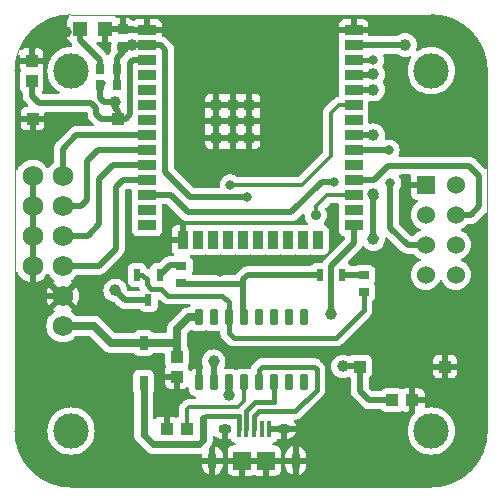
<source format=gbr>
%TF.GenerationSoftware,KiCad,Pcbnew,7.0.1*%
%TF.CreationDate,2023-08-30T02:16:58-03:00*%
%TF.ProjectId,PCB_FC_V2,5043425f-4643-45f5-9632-2e6b69636164,rev?*%
%TF.SameCoordinates,Original*%
%TF.FileFunction,Copper,L1,Top*%
%TF.FilePolarity,Positive*%
%FSLAX46Y46*%
G04 Gerber Fmt 4.6, Leading zero omitted, Abs format (unit mm)*
G04 Created by KiCad (PCBNEW 7.0.1) date 2023-08-30 02:16:58*
%MOMM*%
%LPD*%
G01*
G04 APERTURE LIST*
G04 Aperture macros list*
%AMRoundRect*
0 Rectangle with rounded corners*
0 $1 Rounding radius*
0 $2 $3 $4 $5 $6 $7 $8 $9 X,Y pos of 4 corners*
0 Add a 4 corners polygon primitive as box body*
4,1,4,$2,$3,$4,$5,$6,$7,$8,$9,$2,$3,0*
0 Add four circle primitives for the rounded corners*
1,1,$1+$1,$2,$3*
1,1,$1+$1,$4,$5*
1,1,$1+$1,$6,$7*
1,1,$1+$1,$8,$9*
0 Add four rect primitives between the rounded corners*
20,1,$1+$1,$2,$3,$4,$5,0*
20,1,$1+$1,$4,$5,$6,$7,0*
20,1,$1+$1,$6,$7,$8,$9,0*
20,1,$1+$1,$8,$9,$2,$3,0*%
G04 Aperture macros list end*
%TA.AperFunction,SMDPad,CuDef*%
%ADD10R,0.400000X1.350000*%
%TD*%
%TA.AperFunction,ComponentPad*%
%ADD11O,1.100000X0.800000*%
%TD*%
%TA.AperFunction,ComponentPad*%
%ADD12O,1.200000X0.800000*%
%TD*%
%TA.AperFunction,ComponentPad*%
%ADD13O,0.750000X1.500000*%
%TD*%
%TA.AperFunction,SMDPad,CuDef*%
%ADD14R,1.500000X1.550000*%
%TD*%
%TA.AperFunction,SMDPad,CuDef*%
%ADD15R,0.650000X0.900000*%
%TD*%
%TA.AperFunction,SMDPad,CuDef*%
%ADD16R,1.198880X1.198880*%
%TD*%
%TA.AperFunction,SMDPad,CuDef*%
%ADD17R,1.000000X1.100000*%
%TD*%
%TA.AperFunction,SMDPad,CuDef*%
%ADD18R,1.100000X1.000000*%
%TD*%
%TA.AperFunction,SMDPad,CuDef*%
%ADD19R,0.900000X0.650000*%
%TD*%
%TA.AperFunction,ComponentPad*%
%ADD20C,1.750000*%
%TD*%
%TA.AperFunction,ComponentPad*%
%ADD21R,1.524000X1.524000*%
%TD*%
%TA.AperFunction,ComponentPad*%
%ADD22C,1.524000*%
%TD*%
%TA.AperFunction,SMDPad,CuDef*%
%ADD23RoundRect,0.225000X-0.250000X0.225000X-0.250000X-0.225000X0.250000X-0.225000X0.250000X0.225000X0*%
%TD*%
%TA.AperFunction,SMDPad,CuDef*%
%ADD24R,0.599440X1.000760*%
%TD*%
%TA.AperFunction,SMDPad,CuDef*%
%ADD25R,1.000760X1.000760*%
%TD*%
%TA.AperFunction,SMDPad,CuDef*%
%ADD26RoundRect,0.049600X0.260400X-0.605400X0.260400X0.605400X-0.260400X0.605400X-0.260400X-0.605400X0*%
%TD*%
%TA.AperFunction,ComponentPad*%
%ADD27C,2.999740*%
%TD*%
%TA.AperFunction,SMDPad,CuDef*%
%ADD28R,1.500000X0.900000*%
%TD*%
%TA.AperFunction,SMDPad,CuDef*%
%ADD29R,0.900000X1.500000*%
%TD*%
%TA.AperFunction,SMDPad,CuDef*%
%ADD30R,0.900000X0.900000*%
%TD*%
%TA.AperFunction,SMDPad,CuDef*%
%ADD31R,0.730000X1.210000*%
%TD*%
%TA.AperFunction,ViaPad*%
%ADD32C,0.800000*%
%TD*%
%TA.AperFunction,ViaPad*%
%ADD33C,1.000000*%
%TD*%
%TA.AperFunction,ViaPad*%
%ADD34C,0.900000*%
%TD*%
%TA.AperFunction,Conductor*%
%ADD35C,0.500000*%
%TD*%
%TA.AperFunction,Conductor*%
%ADD36C,0.700000*%
%TD*%
%TA.AperFunction,Conductor*%
%ADD37C,0.300000*%
%TD*%
%TA.AperFunction,Conductor*%
%ADD38C,0.400000*%
%TD*%
%TA.AperFunction,Conductor*%
%ADD39C,0.600000*%
%TD*%
%TA.AperFunction,Conductor*%
%ADD40C,0.350000*%
%TD*%
%TA.AperFunction,Profile*%
%ADD41C,0.100000*%
%TD*%
G04 APERTURE END LIST*
D10*
%TO.P,J6,1,VDD*%
%TO.N,Net-(D2-A)*%
X136200000Y-105683757D03*
%TO.P,J6,2,D-*%
%TO.N,/D-*%
X136850000Y-105683757D03*
%TO.P,J6,3,D+*%
%TO.N,/D+*%
X137500000Y-105683757D03*
%TO.P,J6,4,ID*%
%TO.N,unconnected-(J6-ID-Pad4)*%
X138150000Y-105683757D03*
%TO.P,J6,5,GND*%
%TO.N,GND*%
X138800000Y-105683757D03*
D11*
%TO.P,J6,S1,SHIELD*%
X135000000Y-105658757D03*
D12*
%TO.P,J6,S2,SHIELD*%
X140000000Y-105658757D03*
D13*
%TO.P,J6,S3,SHIELD*%
X133975000Y-108358757D03*
D14*
%TO.P,J6,S4,SHIELD*%
X136500000Y-108358757D03*
%TO.P,J6,S5,SHIELD*%
X138500000Y-108358757D03*
D13*
%TO.P,J6,S6,SHIELD*%
X141025000Y-108358757D03*
%TD*%
D15*
%TO.P,R13,1*%
%TO.N,/EN*%
X124475000Y-76600000D03*
%TO.P,R13,2*%
%TO.N,+3V3*%
X125925000Y-76600000D03*
%TD*%
D16*
%TO.P,LED1,1,A*%
%TO.N,Net-(LED1-A)*%
X122750980Y-71800000D03*
%TO.P,LED1,2,K*%
%TO.N,GND*%
X124849020Y-71800000D03*
%TD*%
D17*
%TO.P,C11,1*%
%TO.N,GND*%
X130950000Y-101258757D03*
%TO.P,C11,2*%
%TO.N,+5V*%
X130950000Y-99558757D03*
%TD*%
D18*
%TO.P,C12,1*%
%TO.N,Net-(U4-V3)*%
X131800000Y-105658757D03*
%TO.P,C12,2*%
%TO.N,GND*%
X130100000Y-105658757D03*
%TD*%
D19*
%TO.P,R8,1*%
%TO.N,Net-(Q1-B)*%
X131350000Y-91875000D03*
%TO.P,R8,2*%
%TO.N,Net-(Q2-E)*%
X131350000Y-93325000D03*
%TD*%
D20*
%TO.P,J5,1,Pin_1*%
%TO.N,/S1_MOTOR*%
X121290000Y-84258757D03*
%TO.P,J5,2,Pin_2*%
%TO.N,/S2_MOTOR*%
X121290000Y-86798757D03*
%TO.P,J5,3,Pin_3*%
%TO.N,/S3_MOTOR*%
X121290000Y-89338757D03*
%TO.P,J5,4,Pin_4*%
%TO.N,/S4_MOTOR*%
X121290000Y-91878757D03*
%TO.P,J5,5,Pin_5*%
%TO.N,GND*%
X121290000Y-94418757D03*
%TO.P,J5,6,Pin_6*%
%TO.N,+5V*%
X121290000Y-96958757D03*
%TO.P,J5,GND*%
%TO.N,N/C*%
X118750000Y-84258757D03*
X118750000Y-86798757D03*
X118750000Y-89338757D03*
X118750000Y-91878757D03*
%TD*%
D21*
%TO.P,U5,1,GND*%
%TO.N,GND*%
X152050000Y-85018757D03*
D22*
%TO.P,U5,2,VCC*%
%TO.N,+3V3*%
X154590000Y-85018757D03*
%TO.P,U5,3,CE*%
%TO.N,/CE_NRF24L01*%
X152050000Y-87558757D03*
%TO.P,U5,4,CSK*%
%TO.N,/CSN_NRF24L01*%
X154590000Y-87558757D03*
%TO.P,U5,5,SCK*%
%TO.N,/SCK_NRF24L01*%
X152050000Y-90098757D03*
%TO.P,U5,6,MOSI*%
%TO.N,/MOSI_NRF24L01*%
X154590000Y-90098757D03*
%TO.P,U5,7,MISO*%
%TO.N,/MISO_NRF24L01*%
X152050000Y-92638757D03*
%TO.P,U5,8,IRQ*%
%TO.N,unconnected-(U5-IRQ-Pad8)*%
X154590000Y-92638757D03*
%TD*%
D18*
%TO.P,C14,1*%
%TO.N,/IO0*%
X149200000Y-103258757D03*
%TO.P,C14,2*%
%TO.N,GND*%
X150900000Y-103258757D03*
%TD*%
D23*
%TO.P,C2,1*%
%TO.N,GND*%
X126400000Y-71825000D03*
%TO.P,C2,2*%
%TO.N,+3V3*%
X126400000Y-73375000D03*
%TD*%
D24*
%TO.P,Q2,1,B*%
%TO.N,Net-(Q2-B)*%
X144955000Y-92645477D03*
%TO.P,Q2,2,E*%
%TO.N,Net-(Q2-E)*%
X143050000Y-92645477D03*
%TO.P,Q2,3,C*%
%TO.N,/IO0*%
X144002500Y-94758757D03*
%TD*%
D25*
%TO.P,SW1,1,1*%
%TO.N,/EN*%
X125949180Y-79408757D03*
%TO.P,SW1,2,2*%
%TO.N,GND*%
X118750820Y-79408757D03*
%TD*%
D26*
%TO.P,U4,1,GND*%
%TO.N,GND*%
X132805000Y-101750000D03*
%TO.P,U4,2,TXD*%
%TO.N,Net-(U4-TXD)*%
X134075000Y-101750000D03*
%TO.P,U4,3,RXD*%
%TO.N,Net-(U4-RXD)*%
X135345000Y-101750000D03*
%TO.P,U4,4,V3*%
%TO.N,Net-(U4-V3)*%
X136615000Y-101750000D03*
%TO.P,U4,5,UD+*%
%TO.N,/D+*%
X137885000Y-101750000D03*
%TO.P,U4,6,UD-*%
%TO.N,/D-*%
X139155000Y-101750000D03*
%TO.P,U4,7,XI*%
%TO.N,unconnected-(U4-XI-Pad7)*%
X140425000Y-101750000D03*
%TO.P,U4,8,XO*%
%TO.N,unconnected-(U4-XO-Pad8)*%
X141695000Y-101750000D03*
%TO.P,U4,9,~{CTS}*%
%TO.N,unconnected-(U4-~{CTS}-Pad9)*%
X141695000Y-96250000D03*
%TO.P,U4,10,~{DSR}*%
%TO.N,unconnected-(U4-~{DSR}-Pad10)*%
X140425000Y-96250000D03*
%TO.P,U4,11,~{RI}*%
%TO.N,unconnected-(U4-~{RI}-Pad11)*%
X139155000Y-96250000D03*
%TO.P,U4,12,~{DCD}*%
%TO.N,unconnected-(U4-~{DCD}-Pad12)*%
X137885000Y-96250000D03*
%TO.P,U4,13,~{DTR}*%
%TO.N,Net-(Q2-E)*%
X136615000Y-96250000D03*
%TO.P,U4,14,~{RTS}*%
%TO.N,Net-(Q1-E)*%
X135345000Y-96250000D03*
%TO.P,U4,15,R232*%
%TO.N,unconnected-(U4-R232-Pad15)*%
X134075000Y-96250000D03*
%TO.P,U4,16,VCC*%
%TO.N,+5V*%
X132805000Y-96250000D03*
%TD*%
D24*
%TO.P,Q1,1,B*%
%TO.N,Net-(Q1-B)*%
X129502500Y-92645477D03*
%TO.P,Q1,2,E*%
%TO.N,Net-(Q1-E)*%
X127597500Y-92645477D03*
%TO.P,Q1,3,C*%
%TO.N,/EN*%
X128550000Y-94758757D03*
%TD*%
D19*
%TO.P,R9,1*%
%TO.N,Net-(Q2-B)*%
X146802500Y-92647117D03*
%TO.P,R9,2*%
%TO.N,Net-(Q1-E)*%
X146802500Y-94097117D03*
%TD*%
D27*
%TO.P,H4,1*%
%TO.N,N/C*%
X122000000Y-105858757D03*
%TD*%
D17*
%TO.P,C13,1*%
%TO.N,GND*%
X118670000Y-74508757D03*
%TO.P,C13,2*%
%TO.N,/EN*%
X118670000Y-76208757D03*
%TD*%
D27*
%TO.P,H3,1*%
%TO.N,N/C*%
X152500000Y-105858757D03*
%TD*%
D25*
%TO.P,SW2,1,1*%
%TO.N,/IO0*%
X146450820Y-100408757D03*
%TO.P,SW2,2,2*%
%TO.N,GND*%
X153649180Y-100408757D03*
%TD*%
D28*
%TO.P,U1,3V3,3V3*%
%TO.N,+3V3*%
X128432000Y-73192757D03*
%TO.P,U1,5,SENSOR_VP*%
%TO.N,unconnected-(U1-SENSOR_VP-Pad5)*%
X128432000Y-75732757D03*
%TO.P,U1,8,SENSOR_VN*%
%TO.N,unconnected-(U1-SENSOR_VN-Pad8)*%
X128432000Y-77002757D03*
%TO.P,U1,9,EN*%
%TO.N,/EN*%
X128432000Y-74462757D03*
%TO.P,U1,10,IO34*%
%TO.N,unconnected-(U1-IO34-Pad10)*%
X128432000Y-78272757D03*
%TO.P,U1,11,IO35*%
%TO.N,unconnected-(U1-IO35-Pad11)*%
X128432000Y-79542757D03*
%TO.P,U1,12,IO32*%
%TO.N,/S1_MOTOR*%
X128432000Y-80812757D03*
%TO.P,U1,13,IO33*%
%TO.N,/S2_MOTOR*%
X128432000Y-82082757D03*
%TO.P,U1,14,IO25*%
%TO.N,/S3_MOTOR*%
X128432000Y-83352757D03*
%TO.P,U1,15,IO26*%
%TO.N,/S4_MOTOR*%
X128432000Y-84622757D03*
%TO.P,U1,16,IO27*%
%TO.N,/CE_NRF24L01*%
X128432000Y-85892757D03*
%TO.P,U1,17,IO14*%
%TO.N,unconnected-(U1-IO14-Pad17)*%
X128432000Y-87162757D03*
%TO.P,U1,18,IO12*%
%TO.N,unconnected-(U1-IO12-Pad18)*%
X128432000Y-88432757D03*
D29*
%TO.P,U1,20,IO13*%
%TO.N,unconnected-(U1-IO13-Pad20)*%
X132737000Y-89682757D03*
%TO.P,U1,21,IO15*%
%TO.N,unconnected-(U1-IO15-Pad21)*%
X141627000Y-89682757D03*
%TO.P,U1,22,IO2*%
%TO.N,unconnected-(U1-IO2-Pad22)*%
X142897000Y-89682757D03*
D28*
%TO.P,U1,23,IO0*%
%TO.N,/IO0*%
X145932000Y-88432757D03*
%TO.P,U1,24,IO4*%
%TO.N,unconnected-(U1-IO4-Pad24)*%
X145932000Y-87162757D03*
%TO.P,U1,25,IO16*%
%TO.N,/INT*%
X145932000Y-85892757D03*
%TO.P,U1,27,IO17*%
%TO.N,/CSN_NRF24L01*%
X145932000Y-84622757D03*
D29*
%TO.P,U1,28,SD2*%
%TO.N,unconnected-(U1-SD2-Pad28)*%
X134007000Y-89682757D03*
%TO.P,U1,29,SD3*%
%TO.N,unconnected-(U1-SD3-Pad29)*%
X135277000Y-89682757D03*
%TO.P,U1,30,CMD*%
%TO.N,unconnected-(U1-CMD-Pad30)*%
X136547000Y-89682757D03*
%TO.P,U1,31,CLK*%
%TO.N,unconnected-(U1-CLK-Pad31)*%
X137817000Y-89682757D03*
%TO.P,U1,32,SD0*%
%TO.N,unconnected-(U1-SD0-Pad32)*%
X139087000Y-89682757D03*
%TO.P,U1,33,SD1*%
%TO.N,unconnected-(U1-SD1-Pad33)*%
X140357000Y-89682757D03*
D28*
%TO.P,U1,34,IO5*%
%TO.N,unconnected-(U1-IO5-Pad34)*%
X145932000Y-83352757D03*
%TO.P,U1,35,IO18*%
%TO.N,/SCK_NRF24L01*%
X145932000Y-82082757D03*
%TO.P,U1,36,IO23*%
%TO.N,/MOSI_NRF24L01*%
X145932000Y-73192757D03*
%TO.P,U1,38,IO19*%
%TO.N,/MISO_NRF24L01*%
X145932000Y-80812757D03*
%TO.P,U1,39,IO22*%
%TO.N,/SCL*%
X145932000Y-74462757D03*
%TO.P,U1,40,RXD0*%
%TO.N,/RXD0*%
X145932000Y-77002757D03*
%TO.P,U1,41,TXD0*%
%TO.N,/TXD0*%
X145932000Y-75732757D03*
%TO.P,U1,42,IO21*%
%TO.N,/SDA*%
X145932000Y-78272757D03*
%TO.P,U1,GND,GND*%
%TO.N,GND*%
X128432000Y-71922757D03*
D29*
X131467000Y-89682757D03*
D30*
X134282000Y-78242757D03*
X134282000Y-79642757D03*
X134282000Y-81042757D03*
X135682000Y-78242757D03*
X135682000Y-79642757D03*
X135682000Y-81042757D03*
X137082000Y-78242757D03*
X137082000Y-79642757D03*
X137082000Y-81042757D03*
D28*
X145932000Y-71922757D03*
%TO.P,U1,NC,NC*%
%TO.N,unconnected-(U1-PadNC)*%
X145932000Y-79542757D03*
%TD*%
D31*
%TO.P,D2,1,K*%
%TO.N,+5V*%
X128150000Y-98408757D03*
%TO.P,D2,2,A*%
%TO.N,Net-(D2-A)*%
X128150000Y-101768757D03*
%TD*%
D27*
%TO.P,H2,1*%
%TO.N,N/C*%
X152500000Y-75358757D03*
%TD*%
D15*
%TO.P,R1,1*%
%TO.N,+3V3*%
X125925000Y-75200000D03*
%TO.P,R1,2*%
%TO.N,Net-(LED1-A)*%
X124475000Y-75200000D03*
%TD*%
D27*
%TO.P,H1,1*%
%TO.N,N/C*%
X122000000Y-75358757D03*
%TD*%
D32*
%TO.N,GND*%
X152050000Y-81658757D03*
D33*
X121550000Y-72058757D03*
D32*
X147800000Y-71800000D03*
X134600000Y-92400000D03*
D33*
%TO.N,+3V3*%
X127200000Y-73200000D03*
D32*
X136920000Y-86060000D03*
D33*
%TO.N,/EN*%
X125750000Y-93958757D03*
X125750000Y-78000000D03*
%TO.N,/IO0*%
X144000000Y-95918757D03*
X145030000Y-100398757D03*
D32*
%TO.N,/SDA*%
X135480000Y-85040000D03*
%TO.N,/SCL*%
X147600000Y-74478257D03*
D33*
%TO.N,Net-(U4-TXD)*%
X134070000Y-99948757D03*
%TO.N,Net-(U4-RXD)*%
X135345000Y-102800000D03*
D32*
%TO.N,/CE_NRF24L01*%
X144280000Y-84750000D03*
D34*
%TO.N,/INT*%
X142725000Y-87575000D03*
D32*
%TO.N,/SCK_NRF24L01*%
X148917243Y-82082757D03*
X149050000Y-84830000D03*
D33*
%TO.N,/MISO_NRF24L01*%
X147600000Y-85770000D03*
X147600000Y-89600000D03*
X147600000Y-80820000D03*
%TO.N,/RXD0*%
X147600000Y-76950000D03*
%TO.N,/TXD0*%
X147600000Y-75659625D03*
%TO.N,/MOSI_NRF24L01*%
X150290000Y-73170000D03*
%TD*%
D35*
%TO.N,GND*%
X134282000Y-78242757D02*
X134282000Y-81042757D01*
X141025000Y-108358757D02*
X148590000Y-108358757D01*
X130950000Y-103058757D02*
X130950000Y-101258757D01*
X124874020Y-71825000D02*
X124849020Y-71800000D01*
X148590000Y-108358757D02*
X149280000Y-107668757D01*
X130100000Y-103908757D02*
X130950000Y-103058757D01*
X126497757Y-71922757D02*
X126400000Y-71825000D01*
X149280000Y-107668757D02*
X149280000Y-105878757D01*
X121550000Y-72058757D02*
X120050000Y-72058757D01*
X120550000Y-108358757D02*
X118750000Y-106558757D01*
X150900000Y-103258757D02*
X152850000Y-103258757D01*
X134282000Y-79642757D02*
X137082000Y-79642757D01*
X152850000Y-103258757D02*
X153649180Y-102459577D01*
X135682000Y-78242757D02*
X135682000Y-81042757D01*
X118750000Y-106558757D02*
X118750000Y-94358757D01*
X118750000Y-84258757D02*
X118750000Y-91878757D01*
X128432000Y-71922757D02*
X145932000Y-71922757D01*
X130950000Y-103058757D02*
X130850000Y-103158757D01*
X121290000Y-94418757D02*
X118810000Y-94418757D01*
X130150000Y-108358757D02*
X120550000Y-108358757D01*
X149280000Y-105878757D02*
X150900000Y-104258757D01*
X130150000Y-108358757D02*
X130100000Y-108308757D01*
X130100000Y-105658757D02*
X130100000Y-103908757D01*
X118810000Y-94418757D02*
X118750000Y-94358757D01*
X150900000Y-104258757D02*
X150900000Y-103258757D01*
X120050000Y-72058757D02*
X118670000Y-73438757D01*
X133975000Y-108358757D02*
X130150000Y-108358757D01*
X134282000Y-81042757D02*
X137082000Y-81042757D01*
X118670000Y-73438757D02*
X118670000Y-74508757D01*
X126400000Y-71825000D02*
X124874020Y-71825000D01*
X133975000Y-108358757D02*
X141025000Y-108358757D01*
X128309243Y-71800000D02*
X128432000Y-71922757D01*
X128432000Y-71922757D02*
X126497757Y-71922757D01*
X137082000Y-81042757D02*
X137082000Y-78242757D01*
X118750000Y-94358757D02*
X118750000Y-91878757D01*
X137082000Y-78242757D02*
X134282000Y-78242757D01*
X153649180Y-102459577D02*
X153649180Y-100408757D01*
D36*
%TO.N,+5V*%
X130941243Y-98408757D02*
X130950000Y-98400000D01*
X131950000Y-96250000D02*
X130950000Y-97250000D01*
X130950000Y-97250000D02*
X130950000Y-98400000D01*
X128150000Y-98408757D02*
X130941243Y-98408757D01*
X125400000Y-98408757D02*
X128150000Y-98408757D01*
X131950000Y-96250000D02*
X132805000Y-96250000D01*
X123950000Y-96958757D02*
X125400000Y-98408757D01*
X130950000Y-98400000D02*
X130950000Y-99558757D01*
X121290000Y-96958757D02*
X123950000Y-96958757D01*
D35*
%TO.N,+3V3*%
X125925000Y-74275000D02*
X126400000Y-73800000D01*
X132100000Y-86050000D02*
X136910000Y-86050000D01*
X125925000Y-76600000D02*
X125925000Y-75200000D01*
X125925000Y-75200000D02*
X125925000Y-74275000D01*
X130000000Y-83950000D02*
X132100000Y-86050000D01*
X128456000Y-73168757D02*
X128432000Y-73192757D01*
X136985500Y-86060000D02*
X136920000Y-86060000D01*
X126400000Y-73375000D02*
X127025000Y-73375000D01*
X127200000Y-73200000D02*
X128424757Y-73200000D01*
X127025000Y-73375000D02*
X127200000Y-73200000D01*
X127200000Y-73200000D02*
X127544757Y-73200000D01*
X137000000Y-86074500D02*
X136985500Y-86060000D01*
X126400000Y-73800000D02*
X126400000Y-73375000D01*
X130000000Y-73600000D02*
X130000000Y-83950000D01*
X129592757Y-73192757D02*
X130000000Y-73600000D01*
X128432000Y-73192757D02*
X129592757Y-73192757D01*
X128418000Y-73178757D02*
X128432000Y-73192757D01*
X136910000Y-86050000D02*
X136920000Y-86060000D01*
X128424757Y-73200000D02*
X128432000Y-73192757D01*
X127544757Y-73200000D02*
X127576000Y-73168757D01*
D37*
%TO.N,Net-(U4-V3)*%
X131800000Y-105658757D02*
X131800000Y-104000000D01*
X131800000Y-104000000D02*
X132000000Y-103800000D01*
X136615000Y-103323682D02*
X136615000Y-101750000D01*
X136138682Y-103800000D02*
X136615000Y-103323682D01*
X132000000Y-103800000D02*
X136138682Y-103800000D01*
D35*
%TO.N,/EN*%
X127000000Y-79058757D02*
X126650000Y-79408757D01*
X127000000Y-74716757D02*
X127000000Y-79058757D01*
X128432000Y-74462757D02*
X127254000Y-74462757D01*
X126558757Y-94758757D02*
X125758757Y-93958757D01*
X124475000Y-77675000D02*
X124800000Y-78000000D01*
X125758757Y-93958757D02*
X125750000Y-93958757D01*
X127254000Y-74462757D02*
X127000000Y-74716757D01*
X124800000Y-78000000D02*
X125750000Y-78000000D01*
X125949180Y-78749180D02*
X125750000Y-78550000D01*
X119250000Y-78058757D02*
X123700000Y-78058757D01*
X124475000Y-76600000D02*
X124475000Y-77675000D01*
X124150000Y-79008757D02*
X124550000Y-79408757D01*
X125949180Y-79408757D02*
X125949180Y-78749180D01*
X124695423Y-76379577D02*
X124475000Y-76600000D01*
X123700000Y-78058757D02*
X124150000Y-78508757D01*
X124550000Y-79408757D02*
X125949180Y-79408757D01*
X125750000Y-78550000D02*
X125750000Y-78000000D01*
X118670000Y-76208757D02*
X118670000Y-77478757D01*
X118670000Y-77478757D02*
X119250000Y-78058757D01*
X124150000Y-78508757D02*
X124150000Y-79008757D01*
X126650000Y-79408757D02*
X125949180Y-79408757D01*
X124720820Y-76379577D02*
X124695423Y-76379577D01*
X128550000Y-94758757D02*
X126558757Y-94758757D01*
%TO.N,/IO0*%
X145932000Y-89968000D02*
X145932000Y-88432757D01*
X144002500Y-91897500D02*
X145932000Y-89968000D01*
X146440820Y-100398757D02*
X146450820Y-100408757D01*
X149200000Y-103258757D02*
X147250000Y-103258757D01*
X147250000Y-103258757D02*
X146450820Y-102459577D01*
X144000000Y-94761257D02*
X144002500Y-94758757D01*
X145030000Y-100398757D02*
X146440820Y-100398757D01*
X145030000Y-100348757D02*
X145090000Y-100408757D01*
X144000000Y-95918757D02*
X144000000Y-94761257D01*
X146450820Y-102459577D02*
X146450820Y-100408757D01*
X144002500Y-94758757D02*
X144002500Y-91897500D01*
D38*
%TO.N,Net-(D2-A)*%
X136150000Y-104550000D02*
X133399500Y-104550000D01*
D39*
X128150000Y-106204379D02*
X128150000Y-101768757D01*
X132800000Y-107000000D02*
X128945621Y-107000000D01*
X133200000Y-106600000D02*
X132800000Y-107000000D01*
X133200000Y-104749500D02*
X133200000Y-106600000D01*
X128945621Y-107000000D02*
X128150000Y-106204379D01*
D38*
X136200000Y-104600000D02*
X136150000Y-104550000D01*
X133200000Y-104749500D02*
X133399500Y-104550000D01*
X136200000Y-105683757D02*
X136200000Y-104600000D01*
D35*
%TO.N,/S1_MOTOR*%
X121290000Y-84258757D02*
X121290000Y-81968757D01*
X121290000Y-81968757D02*
X122446000Y-80812757D01*
X122446000Y-80812757D02*
X128432000Y-80812757D01*
%TO.N,/S2_MOTOR*%
X122860000Y-86798757D02*
X123350000Y-86308757D01*
X121290000Y-86798757D02*
X122860000Y-86798757D01*
X123350000Y-86308757D02*
X123350000Y-83008757D01*
X123350000Y-83008757D02*
X124276000Y-82082757D01*
X124276000Y-82082757D02*
X128432000Y-82082757D01*
%TO.N,/S3_MOTOR*%
X124400000Y-88358757D02*
X124400000Y-84508757D01*
X124400000Y-84508757D02*
X125556000Y-83352757D01*
X121290000Y-89338757D02*
X123420000Y-89338757D01*
X123420000Y-89338757D02*
X124400000Y-88358757D01*
X125556000Y-83352757D02*
X128432000Y-83352757D01*
%TO.N,/S4_MOTOR*%
X128432000Y-84622757D02*
X126386000Y-84622757D01*
X124330000Y-91878757D02*
X121290000Y-91878757D01*
X125800000Y-85208757D02*
X125800000Y-90408757D01*
X125800000Y-90408757D02*
X124330000Y-91878757D01*
X126386000Y-84622757D02*
X125800000Y-85208757D01*
D38*
%TO.N,/D-*%
X137600000Y-103400000D02*
X139200000Y-103400000D01*
X139200000Y-101795000D02*
X139155000Y-101750000D01*
X136850000Y-105683757D02*
X136850000Y-104150000D01*
X136850000Y-104150000D02*
X137600000Y-103400000D01*
X139200000Y-103400000D02*
X139200000Y-101795000D01*
%TO.N,/D+*%
X137908757Y-104200000D02*
X141000000Y-104200000D01*
X141000000Y-104200000D02*
X142800000Y-102400000D01*
X142800000Y-102400000D02*
X142800000Y-100600000D01*
X142800000Y-100600000D02*
X142600000Y-100400000D01*
X137500000Y-104608757D02*
X137908757Y-104200000D01*
X137500000Y-105683757D02*
X137500000Y-104608757D01*
X142600000Y-100400000D02*
X138200000Y-100400000D01*
X137885000Y-100715000D02*
X137885000Y-101750000D01*
X138200000Y-100400000D02*
X137885000Y-100715000D01*
D35*
%TO.N,Net-(LED1-A)*%
X124475000Y-74475000D02*
X122750980Y-72750980D01*
X124475000Y-75200000D02*
X124475000Y-74475000D01*
X122750980Y-72750980D02*
X122750980Y-71800000D01*
%TO.N,Net-(Q1-B)*%
X130347977Y-91800000D02*
X129502500Y-92645477D01*
X131275000Y-91800000D02*
X130347977Y-91800000D01*
X131350000Y-91875000D02*
X131275000Y-91800000D01*
D38*
%TO.N,Net-(Q1-E)*%
X135800000Y-98000000D02*
X144400000Y-98000000D01*
X130191343Y-94400000D02*
X129591343Y-93800000D01*
X135345000Y-96250000D02*
X135345000Y-94945000D01*
X129591343Y-93800000D02*
X128800000Y-93800000D01*
X128400000Y-93000000D02*
X128045477Y-92645477D01*
X135345000Y-96250000D02*
X135345000Y-97545000D01*
X128045477Y-92645477D02*
X127597500Y-92645477D01*
X135345000Y-97545000D02*
X135800000Y-98000000D01*
X146802500Y-95597500D02*
X146802500Y-94097117D01*
X144400000Y-98000000D02*
X146802500Y-95597500D01*
X128800000Y-93800000D02*
X128400000Y-93400000D01*
X134800000Y-94400000D02*
X130191343Y-94400000D01*
X128400000Y-93400000D02*
X128400000Y-93000000D01*
X135345000Y-94945000D02*
X134800000Y-94400000D01*
D35*
%TO.N,Net-(Q2-B)*%
X144955000Y-92645477D02*
X146800860Y-92645477D01*
X146800860Y-92645477D02*
X146802500Y-92647117D01*
%TO.N,Net-(Q2-E)*%
X136600000Y-96235000D02*
X136615000Y-96250000D01*
X131350000Y-93325000D02*
X131425000Y-93400000D01*
X136600000Y-93400000D02*
X136600000Y-96235000D01*
X136954523Y-92645477D02*
X143050000Y-92645477D01*
X136600000Y-93400000D02*
X136600000Y-93000000D01*
X136600000Y-93000000D02*
X136954523Y-92645477D01*
X131425000Y-93400000D02*
X136600000Y-93400000D01*
D40*
%TO.N,/SDA*%
X144677243Y-78272757D02*
X145932000Y-78272757D01*
X144000000Y-78950000D02*
X144677243Y-78272757D01*
X144000000Y-82600000D02*
X144000000Y-78950000D01*
X141557500Y-85042500D02*
X144000000Y-82600000D01*
X135537500Y-85042500D02*
X141557500Y-85042500D01*
D38*
%TO.N,/SCL*%
X145947500Y-74478257D02*
X145932000Y-74462757D01*
X147600000Y-74478257D02*
X145947500Y-74478257D01*
D35*
%TO.N,Net-(U4-TXD)*%
X134075000Y-101750000D02*
X134075000Y-99953757D01*
X134075000Y-99953757D02*
X134070000Y-99948757D01*
%TO.N,Net-(U4-RXD)*%
X135345000Y-102800000D02*
X135345000Y-101750000D01*
%TO.N,/CE_NRF24L01*%
X130442757Y-85892757D02*
X128432000Y-85892757D01*
X143250000Y-84750000D02*
X140650000Y-87350000D01*
X144280000Y-84750000D02*
X143250000Y-84750000D01*
X140650000Y-87350000D02*
X131900000Y-87350000D01*
X131900000Y-87350000D02*
X130442757Y-85892757D01*
D40*
%TO.N,/INT*%
X143657243Y-85892757D02*
X145932000Y-85892757D01*
X142725000Y-86825000D02*
X143657243Y-85892757D01*
X142725000Y-87575000D02*
X142725000Y-86825000D01*
D35*
%TO.N,/CSN_NRF24L01*%
X156580000Y-86830000D02*
X155851243Y-87558757D01*
X155710000Y-83390000D02*
X156580000Y-84260000D01*
X145932000Y-84622757D02*
X147617243Y-84622757D01*
X155851243Y-87558757D02*
X154590000Y-87558757D01*
X148850000Y-83390000D02*
X155710000Y-83390000D01*
X156580000Y-84260000D02*
X156580000Y-86830000D01*
X147617243Y-84622757D02*
X148850000Y-83390000D01*
%TO.N,/SCK_NRF24L01*%
X149050000Y-84830000D02*
X149050000Y-88658757D01*
X149050000Y-88658757D02*
X150490000Y-90098757D01*
X148917243Y-82082757D02*
X145932000Y-82082757D01*
X150490000Y-90098757D02*
X152050000Y-90098757D01*
%TO.N,/MISO_NRF24L01*%
X147600000Y-89600000D02*
X147600000Y-85770000D01*
X147600000Y-85770000D02*
X147600000Y-85790000D01*
X145939243Y-80820000D02*
X145932000Y-80812757D01*
X147780000Y-86090000D02*
X147600000Y-85910000D01*
X147600000Y-85910000D02*
X147600000Y-85770000D01*
X147600000Y-85790000D02*
X147840000Y-86030000D01*
X147600000Y-80820000D02*
X145939243Y-80820000D01*
X147750000Y-89600000D02*
X147600000Y-89600000D01*
X147840000Y-89510000D02*
X147750000Y-89600000D01*
%TO.N,/RXD0*%
X145984757Y-76950000D02*
X145932000Y-77002757D01*
X147600000Y-76950000D02*
X145984757Y-76950000D01*
%TO.N,/TXD0*%
X147526868Y-75732757D02*
X145932000Y-75732757D01*
X145856000Y-75808757D02*
X145932000Y-75732757D01*
X147600000Y-75659625D02*
X147526868Y-75732757D01*
%TO.N,/MOSI_NRF24L01*%
X145932000Y-73192757D02*
X150267243Y-73192757D01*
X150267243Y-73192757D02*
X150290000Y-73170000D01*
%TD*%
%TA.AperFunction,Conductor*%
%TO.N,GND*%
G36*
X127119500Y-85389870D02*
G01*
X127164887Y-85435257D01*
X127181500Y-85497257D01*
X127181500Y-86390626D01*
X127187909Y-86450242D01*
X127200658Y-86484424D01*
X127208476Y-86527756D01*
X127200659Y-86571087D01*
X127187909Y-86605272D01*
X127187908Y-86605274D01*
X127187909Y-86605274D01*
X127182811Y-86652696D01*
X127181500Y-86664887D01*
X127181500Y-87660626D01*
X127187909Y-87720242D01*
X127200658Y-87754424D01*
X127208476Y-87797756D01*
X127200659Y-87841087D01*
X127187909Y-87875272D01*
X127187908Y-87875274D01*
X127187909Y-87875274D01*
X127181693Y-87933096D01*
X127181500Y-87934887D01*
X127181500Y-88930626D01*
X127187909Y-88990241D01*
X127213056Y-89057664D01*
X127238204Y-89125088D01*
X127324454Y-89240303D01*
X127439669Y-89326553D01*
X127574517Y-89376848D01*
X127634127Y-89383257D01*
X129229872Y-89383256D01*
X129289483Y-89376848D01*
X129424331Y-89326553D01*
X129539546Y-89240303D01*
X129625796Y-89125088D01*
X129676091Y-88990240D01*
X129682500Y-88930630D01*
X129682499Y-87934885D01*
X129676091Y-87875274D01*
X129663340Y-87841087D01*
X129655523Y-87797757D01*
X129663342Y-87754422D01*
X129676090Y-87720242D01*
X129676089Y-87720242D01*
X129676091Y-87720240D01*
X129682500Y-87660630D01*
X129682499Y-86767256D01*
X129699112Y-86705257D01*
X129744499Y-86659870D01*
X129806499Y-86643257D01*
X130080527Y-86643257D01*
X130127980Y-86652696D01*
X130168208Y-86679576D01*
X131324269Y-87835637D01*
X131336051Y-87849270D01*
X131350390Y-87868530D01*
X131357253Y-87874289D01*
X131388337Y-87900372D01*
X131396311Y-87907680D01*
X131400221Y-87911590D01*
X131424537Y-87930816D01*
X131427336Y-87933096D01*
X131485752Y-87982113D01*
X131502179Y-87992578D01*
X131571320Y-88024819D01*
X131574567Y-88026391D01*
X131642699Y-88060609D01*
X131661087Y-88067000D01*
X131662323Y-88067255D01*
X131662327Y-88067257D01*
X131735895Y-88082447D01*
X131739242Y-88083189D01*
X131812279Y-88100500D01*
X131812281Y-88100500D01*
X131813509Y-88100791D01*
X131832878Y-88102770D01*
X131834140Y-88102733D01*
X131834144Y-88102734D01*
X131906533Y-88100627D01*
X131909131Y-88100552D01*
X131912737Y-88100500D01*
X140586294Y-88100500D01*
X140604264Y-88101809D01*
X140608320Y-88102402D01*
X140628023Y-88105289D01*
X140677368Y-88100972D01*
X140688176Y-88100500D01*
X140693706Y-88100500D01*
X140693709Y-88100500D01*
X140724550Y-88096894D01*
X140728031Y-88096539D01*
X140802797Y-88089999D01*
X140802797Y-88089998D01*
X140804052Y-88089889D01*
X140823062Y-88085674D01*
X140824250Y-88085241D01*
X140824255Y-88085241D01*
X140894820Y-88059557D01*
X140898095Y-88058419D01*
X140969334Y-88034814D01*
X140969336Y-88034812D01*
X140970536Y-88034415D01*
X140988063Y-88025929D01*
X140989112Y-88025238D01*
X140989117Y-88025237D01*
X141051806Y-87984005D01*
X141054798Y-87982099D01*
X141118656Y-87942712D01*
X141118656Y-87942711D01*
X141119729Y-87942050D01*
X141134824Y-87929753D01*
X141135692Y-87928832D01*
X141135696Y-87928830D01*
X141187185Y-87874253D01*
X141189631Y-87871735D01*
X141559095Y-87502271D01*
X141619604Y-87468967D01*
X141688547Y-87473202D01*
X141744528Y-87513665D01*
X141770176Y-87577799D01*
X141788253Y-87761333D01*
X141842603Y-87940500D01*
X141930683Y-88105288D01*
X141930864Y-88105625D01*
X142002094Y-88192419D01*
X142032602Y-88229592D01*
X142059816Y-88293078D01*
X142048844Y-88361274D01*
X142003089Y-88413019D01*
X141936749Y-88432257D01*
X141129130Y-88432257D01*
X141069516Y-88438666D01*
X141035331Y-88451416D01*
X140992000Y-88459233D01*
X140948668Y-88451415D01*
X140914486Y-88438666D01*
X140888935Y-88435919D01*
X140854873Y-88432257D01*
X140854869Y-88432257D01*
X139859130Y-88432257D01*
X139799516Y-88438666D01*
X139765331Y-88451416D01*
X139722000Y-88459233D01*
X139678668Y-88451415D01*
X139644486Y-88438666D01*
X139618935Y-88435919D01*
X139584873Y-88432257D01*
X139584869Y-88432257D01*
X138589130Y-88432257D01*
X138529516Y-88438666D01*
X138495331Y-88451416D01*
X138452000Y-88459233D01*
X138408668Y-88451415D01*
X138374486Y-88438666D01*
X138348935Y-88435919D01*
X138314873Y-88432257D01*
X138314869Y-88432257D01*
X137319130Y-88432257D01*
X137259516Y-88438666D01*
X137225331Y-88451416D01*
X137182000Y-88459233D01*
X137138668Y-88451415D01*
X137104486Y-88438666D01*
X137078935Y-88435919D01*
X137044873Y-88432257D01*
X137044869Y-88432257D01*
X136049130Y-88432257D01*
X135989516Y-88438666D01*
X135955331Y-88451416D01*
X135912000Y-88459233D01*
X135868668Y-88451415D01*
X135834486Y-88438666D01*
X135808935Y-88435919D01*
X135774873Y-88432257D01*
X135774869Y-88432257D01*
X134779130Y-88432257D01*
X134719516Y-88438666D01*
X134685331Y-88451416D01*
X134642000Y-88459233D01*
X134598668Y-88451415D01*
X134564486Y-88438666D01*
X134538935Y-88435919D01*
X134504873Y-88432257D01*
X134504869Y-88432257D01*
X133509130Y-88432257D01*
X133449516Y-88438666D01*
X133415331Y-88451416D01*
X133372000Y-88459233D01*
X133328668Y-88451415D01*
X133294486Y-88438666D01*
X133268935Y-88435919D01*
X133234873Y-88432257D01*
X133234869Y-88432257D01*
X132239130Y-88432257D01*
X132179514Y-88438666D01*
X132144617Y-88451682D01*
X132101284Y-88459500D01*
X132057952Y-88451682D01*
X132024377Y-88439159D01*
X131964824Y-88432757D01*
X131717000Y-88432757D01*
X131717000Y-89808757D01*
X131700387Y-89870757D01*
X131655000Y-89916144D01*
X131593000Y-89932757D01*
X130517000Y-89932757D01*
X130517000Y-90480581D01*
X130523402Y-90540132D01*
X130573647Y-90674846D01*
X130659812Y-90789947D01*
X130708284Y-90826233D01*
X130746768Y-90873988D01*
X130757658Y-90934346D01*
X130738289Y-90992539D01*
X130693401Y-91034332D01*
X130633974Y-91049500D01*
X130411683Y-91049500D01*
X130393713Y-91048191D01*
X130379830Y-91046157D01*
X130369954Y-91044711D01*
X130369953Y-91044711D01*
X130320608Y-91049028D01*
X130309801Y-91049500D01*
X130304268Y-91049500D01*
X130273478Y-91053098D01*
X130269894Y-91053464D01*
X130193938Y-91060109D01*
X130174898Y-91064330D01*
X130103209Y-91090421D01*
X130099808Y-91091603D01*
X130027456Y-91115579D01*
X130009902Y-91124077D01*
X129946205Y-91165970D01*
X129943167Y-91167905D01*
X129878258Y-91207943D01*
X129863141Y-91220256D01*
X129810825Y-91275708D01*
X129808313Y-91278294D01*
X129478329Y-91608278D01*
X129438101Y-91635158D01*
X129390649Y-91644597D01*
X129154910Y-91644597D01*
X129095295Y-91651006D01*
X128960449Y-91701301D01*
X128845234Y-91787551D01*
X128758984Y-91902765D01*
X128703246Y-92052207D01*
X128701316Y-92051487D01*
X128686830Y-92089330D01*
X128637869Y-92129595D01*
X128575405Y-92140400D01*
X128515763Y-92118921D01*
X128463913Y-92083131D01*
X128457882Y-92078692D01*
X128412976Y-92043511D01*
X128373266Y-91989233D01*
X128365926Y-91969553D01*
X128341016Y-91902766D01*
X128254766Y-91787551D01*
X128139551Y-91701301D01*
X128004703Y-91651006D01*
X127945093Y-91644597D01*
X127945089Y-91644597D01*
X127249910Y-91644597D01*
X127190295Y-91651006D01*
X127055449Y-91701301D01*
X126940234Y-91787551D01*
X126853984Y-91902765D01*
X126803689Y-92037613D01*
X126803055Y-92043511D01*
X126799025Y-92081000D01*
X126797280Y-92097227D01*
X126797280Y-93193726D01*
X126803689Y-93253341D01*
X126841421Y-93354505D01*
X126845268Y-93390552D01*
X126871758Y-93411931D01*
X126940234Y-93503403D01*
X127055449Y-93589653D01*
X127190297Y-93639948D01*
X127249907Y-93646357D01*
X127658654Y-93646356D01*
X127707256Y-93656278D01*
X127748081Y-93684456D01*
X127774593Y-93726379D01*
X127775182Y-93727930D01*
X127780941Y-93736273D01*
X127791961Y-93755813D01*
X127796120Y-93765054D01*
X127796121Y-93765055D01*
X127796122Y-93765057D01*
X127827415Y-93805000D01*
X127829597Y-93807785D01*
X127855293Y-93871172D01*
X127843472Y-93938541D01*
X127797730Y-93989393D01*
X127731985Y-94008257D01*
X126920987Y-94008257D01*
X126873534Y-93998818D01*
X126833305Y-93971937D01*
X126779635Y-93918266D01*
X126755222Y-93883602D01*
X126743914Y-93842739D01*
X126742625Y-93829650D01*
X126736024Y-93762625D01*
X126678814Y-93574030D01*
X126663132Y-93544692D01*
X126650714Y-93494325D01*
X126615881Y-93456291D01*
X126614323Y-93453377D01*
X126585910Y-93400219D01*
X126460883Y-93247874D01*
X126308538Y-93122847D01*
X126238792Y-93085567D01*
X126134726Y-93029942D01*
X125946133Y-92972733D01*
X125750000Y-92953416D01*
X125553866Y-92972733D01*
X125365273Y-93029942D01*
X125191463Y-93122846D01*
X125039117Y-93247874D01*
X124914089Y-93400220D01*
X124821185Y-93574030D01*
X124763976Y-93762623D01*
X124744659Y-93958757D01*
X124763976Y-94154890D01*
X124821185Y-94343483D01*
X124821186Y-94343484D01*
X124914090Y-94517295D01*
X125039117Y-94669640D01*
X125191462Y-94794667D01*
X125365273Y-94887571D01*
X125553868Y-94944781D01*
X125653412Y-94954584D01*
X125694273Y-94965892D01*
X125728938Y-94990306D01*
X125983026Y-95244394D01*
X125994808Y-95258027D01*
X126009146Y-95277286D01*
X126047094Y-95309129D01*
X126055068Y-95316437D01*
X126058978Y-95320347D01*
X126083294Y-95339573D01*
X126086093Y-95341853D01*
X126144509Y-95390870D01*
X126160936Y-95401335D01*
X126230077Y-95433576D01*
X126233324Y-95435148D01*
X126301456Y-95469366D01*
X126319844Y-95475757D01*
X126321080Y-95476012D01*
X126321084Y-95476014D01*
X126394652Y-95491204D01*
X126397999Y-95491946D01*
X126471036Y-95509257D01*
X126471038Y-95509257D01*
X126472266Y-95509548D01*
X126491635Y-95511527D01*
X126492897Y-95511490D01*
X126492901Y-95511491D01*
X126565290Y-95509384D01*
X126567888Y-95509309D01*
X126571494Y-95509257D01*
X127750245Y-95509257D01*
X127805749Y-95522373D01*
X127849512Y-95558946D01*
X127867668Y-95583200D01*
X127892734Y-95616683D01*
X128007949Y-95702933D01*
X128142797Y-95753228D01*
X128202407Y-95759637D01*
X128897592Y-95759636D01*
X128957203Y-95753228D01*
X129092051Y-95702933D01*
X129207266Y-95616683D01*
X129293516Y-95501468D01*
X129343811Y-95366620D01*
X129350220Y-95307010D01*
X129350219Y-94848893D01*
X129363734Y-94792600D01*
X129401333Y-94748577D01*
X129454821Y-94726422D01*
X129512537Y-94730964D01*
X129561900Y-94761214D01*
X129678401Y-94877715D01*
X129683521Y-94883153D01*
X129723414Y-94928183D01*
X129772920Y-94962354D01*
X129778939Y-94966785D01*
X129822521Y-95000928D01*
X129826286Y-95003878D01*
X129835533Y-95008039D01*
X129855069Y-95019058D01*
X129863413Y-95024818D01*
X129919677Y-95046155D01*
X129926538Y-95048997D01*
X129981411Y-95073694D01*
X129991379Y-95075520D01*
X130012995Y-95081546D01*
X130022471Y-95085140D01*
X130082199Y-95092392D01*
X130089544Y-95093509D01*
X130148737Y-95104357D01*
X130208765Y-95100726D01*
X130216253Y-95100500D01*
X132017167Y-95100500D01*
X132082498Y-95119106D01*
X132128223Y-95169340D01*
X132140621Y-95236128D01*
X132115971Y-95299426D01*
X132077943Y-95349573D01*
X132029744Y-95387851D01*
X131969078Y-95398238D01*
X131926833Y-95394798D01*
X131848264Y-95405502D01*
X131844936Y-95405910D01*
X131780508Y-95412917D01*
X131766090Y-95414486D01*
X131766089Y-95414486D01*
X131765972Y-95414499D01*
X131743636Y-95419734D01*
X131669105Y-95447114D01*
X131665942Y-95448228D01*
X131590667Y-95473592D01*
X131569978Y-95483507D01*
X131503026Y-95526300D01*
X131500176Y-95528067D01*
X131432169Y-95568986D01*
X131414096Y-95583115D01*
X131357959Y-95639251D01*
X131355556Y-95641589D01*
X131297875Y-95696229D01*
X131283094Y-95714115D01*
X130376610Y-96620599D01*
X130369208Y-96627424D01*
X130328898Y-96661664D01*
X130280922Y-96724773D01*
X130278859Y-96727412D01*
X130229086Y-96789335D01*
X130216998Y-96808824D01*
X130183644Y-96880916D01*
X130182194Y-96883941D01*
X130146908Y-96955090D01*
X130139293Y-96976719D01*
X130122219Y-97054283D01*
X130121453Y-97057549D01*
X130102289Y-97134610D01*
X130099500Y-97157390D01*
X130099500Y-97236773D01*
X130099455Y-97240130D01*
X130097303Y-97319551D01*
X130099500Y-97342650D01*
X130099500Y-97434257D01*
X130082887Y-97496257D01*
X130037500Y-97541644D01*
X129975500Y-97558257D01*
X129018494Y-97558257D01*
X128962990Y-97545141D01*
X128919228Y-97508568D01*
X128872548Y-97446213D01*
X128872546Y-97446212D01*
X128872546Y-97446211D01*
X128757331Y-97359961D01*
X128622483Y-97309666D01*
X128562873Y-97303257D01*
X128562869Y-97303257D01*
X127737130Y-97303257D01*
X127677515Y-97309666D01*
X127542669Y-97359961D01*
X127427451Y-97446213D01*
X127380772Y-97508568D01*
X127337010Y-97545141D01*
X127281506Y-97558257D01*
X125803651Y-97558257D01*
X125756198Y-97548818D01*
X125715970Y-97521938D01*
X124579400Y-96385368D01*
X124572573Y-96377962D01*
X124538341Y-96337661D01*
X124538339Y-96337659D01*
X124538337Y-96337657D01*
X124475167Y-96289636D01*
X124472622Y-96287646D01*
X124410754Y-96237915D01*
X124410751Y-96237913D01*
X124410666Y-96237845D01*
X124391174Y-96225754D01*
X124319082Y-96192400D01*
X124316057Y-96190950D01*
X124244907Y-96155664D01*
X124223280Y-96148049D01*
X124145733Y-96130980D01*
X124142464Y-96130214D01*
X124065386Y-96111046D01*
X124042616Y-96108257D01*
X124042497Y-96108257D01*
X123963227Y-96108257D01*
X123959870Y-96108212D01*
X123880448Y-96106060D01*
X123857350Y-96108257D01*
X122431039Y-96108257D01*
X122381229Y-96097813D01*
X122339810Y-96068240D01*
X122224794Y-95943300D01*
X122044911Y-95803292D01*
X122044906Y-95803288D01*
X122034259Y-95797526D01*
X121986756Y-95751947D01*
X121969278Y-95688472D01*
X121986756Y-95624998D01*
X122034263Y-95579417D01*
X122044630Y-95573806D01*
X122070982Y-95553294D01*
X122070982Y-95553293D01*
X121290001Y-94772310D01*
X121290000Y-94772310D01*
X120509015Y-95553293D01*
X120509016Y-95553294D01*
X120535367Y-95573805D01*
X120545736Y-95579416D01*
X120593242Y-95624995D01*
X120610721Y-95688468D01*
X120593246Y-95751941D01*
X120545744Y-95797524D01*
X120535092Y-95803289D01*
X120355209Y-95943298D01*
X120355206Y-95943300D01*
X120355206Y-95943301D01*
X120200817Y-96111012D01*
X120171607Y-96155721D01*
X120076136Y-96301850D01*
X119984571Y-96510598D01*
X119984569Y-96510602D01*
X119984570Y-96510602D01*
X119954426Y-96629639D01*
X119928609Y-96731586D01*
X119909785Y-96958756D01*
X119928609Y-97185927D01*
X119928609Y-97185929D01*
X119928610Y-97185933D01*
X119984570Y-97406912D01*
X119984571Y-97406915D01*
X120076136Y-97615663D01*
X120076138Y-97615666D01*
X120200817Y-97806502D01*
X120355206Y-97974213D01*
X120535094Y-98114226D01*
X120735574Y-98222720D01*
X120789474Y-98241224D01*
X120951174Y-98296737D01*
X121176023Y-98334257D01*
X121403977Y-98334257D01*
X121628825Y-98296737D01*
X121736624Y-98259728D01*
X121844426Y-98222720D01*
X122044906Y-98114226D01*
X122224794Y-97974213D01*
X122240267Y-97957405D01*
X122339810Y-97849274D01*
X122381229Y-97819701D01*
X122431039Y-97809257D01*
X123546349Y-97809257D01*
X123593802Y-97818696D01*
X123634030Y-97845576D01*
X124770593Y-98982138D01*
X124777419Y-98989542D01*
X124811663Y-99029857D01*
X124855586Y-99063246D01*
X124874782Y-99077839D01*
X124877427Y-99079907D01*
X124939334Y-99129669D01*
X124958826Y-99141760D01*
X124958935Y-99141810D01*
X124958936Y-99141811D01*
X125030943Y-99175124D01*
X125033900Y-99176541D01*
X125080732Y-99199768D01*
X125105089Y-99211849D01*
X125126713Y-99219462D01*
X125126830Y-99219487D01*
X125126833Y-99219489D01*
X125204266Y-99236532D01*
X125207514Y-99237293D01*
X125284506Y-99256441D01*
X125284508Y-99256441D01*
X125284621Y-99256469D01*
X125307385Y-99259257D01*
X125307503Y-99259257D01*
X125386773Y-99259257D01*
X125390130Y-99259302D01*
X125469432Y-99261450D01*
X125469433Y-99261449D01*
X125469551Y-99261453D01*
X125492650Y-99259257D01*
X127281506Y-99259257D01*
X127337010Y-99272373D01*
X127380772Y-99308946D01*
X127427451Y-99371300D01*
X127427452Y-99371301D01*
X127427454Y-99371303D01*
X127542669Y-99457553D01*
X127677517Y-99507848D01*
X127737127Y-99514257D01*
X128562872Y-99514256D01*
X128622483Y-99507848D01*
X128757331Y-99457553D01*
X128872546Y-99371303D01*
X128879751Y-99361677D01*
X128919228Y-99308946D01*
X128962990Y-99272373D01*
X129018494Y-99259257D01*
X129825500Y-99259257D01*
X129887500Y-99275870D01*
X129932887Y-99321257D01*
X129949500Y-99383257D01*
X129949500Y-100156626D01*
X129952831Y-100187606D01*
X129955909Y-100216240D01*
X130006204Y-100351088D01*
X130006206Y-100351090D01*
X130011818Y-100366137D01*
X130019636Y-100409471D01*
X130011818Y-100452804D01*
X129956402Y-100601379D01*
X129950000Y-100660933D01*
X129950000Y-101008757D01*
X131076000Y-101008757D01*
X131138000Y-101025370D01*
X131183387Y-101070757D01*
X131200000Y-101132757D01*
X131200000Y-102308757D01*
X131497824Y-102308757D01*
X131557375Y-102302354D01*
X131692091Y-102252108D01*
X131796689Y-102173806D01*
X131859947Y-102149566D01*
X131926504Y-102162188D01*
X131976495Y-102207904D01*
X131995000Y-102273071D01*
X131995000Y-102398419D01*
X132005607Y-102486748D01*
X132061033Y-102627298D01*
X132152319Y-102747680D01*
X132272704Y-102838969D01*
X132413250Y-102894393D01*
X132479796Y-102902385D01*
X132537382Y-102924810D01*
X132576992Y-102972244D01*
X132588790Y-103032906D01*
X132569844Y-103091728D01*
X132524860Y-103134101D01*
X132465011Y-103149500D01*
X132085505Y-103149500D01*
X132064294Y-103147158D01*
X131991724Y-103149439D01*
X131987829Y-103149500D01*
X131959074Y-103149500D01*
X131954701Y-103150052D01*
X131943069Y-103150967D01*
X131897428Y-103152401D01*
X131877041Y-103158324D01*
X131857998Y-103162268D01*
X131836942Y-103164928D01*
X131794496Y-103181733D01*
X131783450Y-103185514D01*
X131739602Y-103198254D01*
X131721324Y-103209063D01*
X131703861Y-103217618D01*
X131684130Y-103225431D01*
X131647187Y-103252270D01*
X131637428Y-103258680D01*
X131598135Y-103281918D01*
X131583125Y-103296928D01*
X131568336Y-103309558D01*
X131551164Y-103322034D01*
X131522057Y-103357218D01*
X131514196Y-103365856D01*
X131400484Y-103479568D01*
X131383831Y-103492910D01*
X131334133Y-103545833D01*
X131331427Y-103548626D01*
X131311083Y-103568971D01*
X131308376Y-103572460D01*
X131300807Y-103581321D01*
X131269551Y-103614607D01*
X131259322Y-103633212D01*
X131248645Y-103649467D01*
X131235636Y-103666238D01*
X131217506Y-103708132D01*
X131212370Y-103718616D01*
X131190372Y-103758632D01*
X131185091Y-103779199D01*
X131178791Y-103797600D01*
X131170364Y-103817074D01*
X131163223Y-103862161D01*
X131160855Y-103873593D01*
X131153597Y-103901868D01*
X131149500Y-103917824D01*
X131149500Y-103939045D01*
X131147973Y-103958444D01*
X131144653Y-103979405D01*
X131146703Y-104001088D01*
X131148950Y-104024861D01*
X131149500Y-104036530D01*
X131149500Y-104575967D01*
X131139488Y-104624780D01*
X131111069Y-104665710D01*
X131068835Y-104692147D01*
X131007669Y-104714961D01*
X131007667Y-104714961D01*
X130992618Y-104720575D01*
X130949284Y-104728393D01*
X130905951Y-104720575D01*
X130757375Y-104665159D01*
X130697824Y-104658757D01*
X130350000Y-104658757D01*
X130350000Y-105784757D01*
X130333387Y-105846757D01*
X130288000Y-105892144D01*
X130226000Y-105908757D01*
X129974000Y-105908757D01*
X129912000Y-105892144D01*
X129866613Y-105846757D01*
X129850000Y-105784757D01*
X129850000Y-104658757D01*
X129502176Y-104658757D01*
X129442624Y-104665159D01*
X129307910Y-104715404D01*
X129192809Y-104801569D01*
X129173767Y-104827007D01*
X129126012Y-104865491D01*
X129065654Y-104876381D01*
X129007461Y-104857012D01*
X128965668Y-104812124D01*
X128950500Y-104752697D01*
X128950500Y-102660702D01*
X128958318Y-102617368D01*
X128958794Y-102616089D01*
X128958796Y-102616088D01*
X129009091Y-102481240D01*
X129015500Y-102421630D01*
X129015499Y-101508757D01*
X129950000Y-101508757D01*
X129950000Y-101856581D01*
X129956402Y-101916132D01*
X130006647Y-102050846D01*
X130092811Y-102165945D01*
X130207910Y-102252109D01*
X130342624Y-102302354D01*
X130402176Y-102308757D01*
X130700000Y-102308757D01*
X130700000Y-101508757D01*
X129950000Y-101508757D01*
X129015499Y-101508757D01*
X129015499Y-101115885D01*
X129009091Y-101056274D01*
X128958796Y-100921426D01*
X128872546Y-100806211D01*
X128757331Y-100719961D01*
X128622483Y-100669666D01*
X128562873Y-100663257D01*
X128562869Y-100663257D01*
X127737130Y-100663257D01*
X127677515Y-100669666D01*
X127542669Y-100719961D01*
X127427454Y-100806211D01*
X127341204Y-100921425D01*
X127290909Y-101056272D01*
X127290909Y-101056274D01*
X127285172Y-101109640D01*
X127284500Y-101115887D01*
X127284500Y-102421626D01*
X127290909Y-102481241D01*
X127322931Y-102567097D01*
X127331056Y-102588881D01*
X127341682Y-102617369D01*
X127349500Y-102660702D01*
X127349500Y-106294575D01*
X127358017Y-106331897D01*
X127360345Y-106345598D01*
X127364631Y-106383631D01*
X127377272Y-106419759D01*
X127381119Y-106433115D01*
X127389638Y-106470437D01*
X127406250Y-106504932D01*
X127411570Y-106517777D01*
X127424209Y-106553899D01*
X127427074Y-106558458D01*
X127444576Y-106586312D01*
X127451298Y-106598474D01*
X127467908Y-106632965D01*
X127491772Y-106662889D01*
X127499818Y-106674229D01*
X127520184Y-106706641D01*
X127552173Y-106738630D01*
X127552174Y-106738631D01*
X128315804Y-107502261D01*
X128315805Y-107502262D01*
X128427730Y-107614187D01*
X128443359Y-107629816D01*
X128475764Y-107650177D01*
X128487107Y-107658225D01*
X128517035Y-107682092D01*
X128551516Y-107698697D01*
X128563685Y-107705422D01*
X128592731Y-107723673D01*
X128596101Y-107725790D01*
X128632229Y-107738432D01*
X128645071Y-107743750D01*
X128679559Y-107760359D01*
X128679560Y-107760360D01*
X128716871Y-107768876D01*
X128730232Y-107772725D01*
X128766366Y-107785368D01*
X128804397Y-107789653D01*
X128818102Y-107791981D01*
X128855427Y-107800500D01*
X128900667Y-107800500D01*
X129035815Y-107800500D01*
X132709806Y-107800500D01*
X132844954Y-107800500D01*
X132890194Y-107800500D01*
X132890195Y-107800500D01*
X132901009Y-107798031D01*
X132927520Y-107791980D01*
X132941205Y-107789654D01*
X132962123Y-107787298D01*
X133029806Y-107798801D01*
X133080995Y-107844549D01*
X133100000Y-107910519D01*
X133100000Y-108108757D01*
X133725000Y-108108757D01*
X133725000Y-107258440D01*
X133734439Y-107210987D01*
X133761319Y-107170759D01*
X133790609Y-107141469D01*
X134225000Y-107141469D01*
X134225000Y-108108757D01*
X134850000Y-108108757D01*
X134850000Y-107936312D01*
X134834582Y-107794549D01*
X134773812Y-107614187D01*
X134675691Y-107451109D01*
X134544799Y-107312929D01*
X134387275Y-107206124D01*
X134225000Y-107141469D01*
X133790609Y-107141469D01*
X133791674Y-107140404D01*
X133797826Y-107134252D01*
X133829816Y-107102262D01*
X133850190Y-107069834D01*
X133858222Y-107058515D01*
X133882091Y-107028587D01*
X133898704Y-106994088D01*
X133905413Y-106981948D01*
X133925789Y-106949522D01*
X133938432Y-106913388D01*
X133943752Y-106900545D01*
X133960359Y-106866060D01*
X133968876Y-106828745D01*
X133972720Y-106815398D01*
X133985368Y-106779255D01*
X133989655Y-106741201D01*
X133991982Y-106727512D01*
X134000500Y-106690196D01*
X134000500Y-106383441D01*
X134013432Y-106328306D01*
X134049530Y-106284671D01*
X134101265Y-106261637D01*
X134157846Y-106264009D01*
X134207472Y-106291291D01*
X134318079Y-106390883D01*
X134481920Y-106485476D01*
X134661847Y-106543938D01*
X134750000Y-106553203D01*
X134750000Y-105532757D01*
X134766613Y-105470757D01*
X134812000Y-105425370D01*
X134874000Y-105408757D01*
X135126000Y-105408757D01*
X135188000Y-105425370D01*
X135233387Y-105470757D01*
X135250000Y-105532757D01*
X135250000Y-106553203D01*
X135338153Y-106543938D01*
X135400637Y-106523635D01*
X135463002Y-106519919D01*
X135519263Y-106547083D01*
X135555137Y-106598229D01*
X135556204Y-106601088D01*
X135642454Y-106716303D01*
X135757669Y-106802553D01*
X135867655Y-106843575D01*
X135922517Y-106884037D01*
X135947702Y-106947383D01*
X135935598Y-107014468D01*
X135889864Y-107065019D01*
X135824321Y-107083757D01*
X135702176Y-107083757D01*
X135642624Y-107090159D01*
X135507910Y-107140404D01*
X135392811Y-107226568D01*
X135306647Y-107341667D01*
X135256402Y-107476381D01*
X135250000Y-107535933D01*
X135250000Y-108108757D01*
X139750000Y-108108757D01*
X140150000Y-108108757D01*
X140775000Y-108108757D01*
X140775000Y-107145069D01*
X140774999Y-107145068D01*
X140699219Y-107166108D01*
X140531067Y-107255256D01*
X140386008Y-107378470D01*
X140270827Y-107529989D01*
X140190914Y-107702719D01*
X140150000Y-107888595D01*
X140150000Y-108108757D01*
X139750000Y-108108757D01*
X139750000Y-107535933D01*
X139743597Y-107476381D01*
X139693352Y-107341667D01*
X139607188Y-107226568D01*
X139493512Y-107141469D01*
X141275000Y-107141469D01*
X141275000Y-108108757D01*
X141900000Y-108108757D01*
X141900000Y-107936312D01*
X141884582Y-107794549D01*
X141823812Y-107614187D01*
X141725691Y-107451109D01*
X141594799Y-107312929D01*
X141437275Y-107206124D01*
X141275000Y-107141469D01*
X139493512Y-107141469D01*
X139492089Y-107140404D01*
X139357375Y-107090159D01*
X139297824Y-107083757D01*
X139174249Y-107083757D01*
X139108706Y-107065019D01*
X139062972Y-107014468D01*
X139050868Y-106947383D01*
X139076053Y-106884037D01*
X139130915Y-106843575D01*
X139242089Y-106802109D01*
X139357189Y-106715945D01*
X139454038Y-106586573D01*
X139456120Y-106588132D01*
X139474850Y-106561424D01*
X139531114Y-106534255D01*
X139593483Y-106537971D01*
X139611847Y-106543938D01*
X139750000Y-106558458D01*
X139750000Y-105908757D01*
X140250000Y-105908757D01*
X140250000Y-106558458D01*
X140388152Y-106543938D01*
X140568079Y-106485476D01*
X140731920Y-106390883D01*
X140872515Y-106264289D01*
X140983714Y-106111239D01*
X141060664Y-105938403D01*
X141066967Y-105908757D01*
X140250000Y-105908757D01*
X139750000Y-105908757D01*
X138974500Y-105908757D01*
X138912500Y-105892144D01*
X138879112Y-105858756D01*
X150494519Y-105858756D01*
X150514933Y-106144167D01*
X150575754Y-106423761D01*
X150575756Y-106423766D01*
X150675751Y-106691864D01*
X150735950Y-106802109D01*
X150812883Y-106943002D01*
X150984359Y-107172067D01*
X151186689Y-107374397D01*
X151415754Y-107545873D01*
X151415756Y-107545874D01*
X151666893Y-107683006D01*
X151934991Y-107783001D01*
X151934994Y-107783001D01*
X151934995Y-107783002D01*
X151965570Y-107789653D01*
X152214590Y-107843824D01*
X152500000Y-107864237D01*
X152785410Y-107843824D01*
X153065009Y-107783001D01*
X153333107Y-107683006D01*
X153584244Y-107545874D01*
X153813310Y-107374398D01*
X154015641Y-107172067D01*
X154187117Y-106943001D01*
X154324249Y-106691864D01*
X154424244Y-106423766D01*
X154485067Y-106144167D01*
X154505480Y-105858757D01*
X154505286Y-105856051D01*
X154500187Y-105784757D01*
X154485067Y-105573347D01*
X154424244Y-105293748D01*
X154324249Y-105025650D01*
X154187117Y-104774513D01*
X154181334Y-104766788D01*
X154015640Y-104545446D01*
X153813310Y-104343116D01*
X153584245Y-104171640D01*
X153482897Y-104116300D01*
X153333107Y-104034508D01*
X153065009Y-103934513D01*
X153065004Y-103934511D01*
X152785410Y-103873690D01*
X152500000Y-103853276D01*
X152214587Y-103873690D01*
X152100357Y-103898539D01*
X152045483Y-103898049D01*
X151996194Y-103873924D01*
X151962143Y-103830889D01*
X151950000Y-103777373D01*
X151950000Y-103508757D01*
X151150000Y-103508757D01*
X151150000Y-104278636D01*
X151154937Y-104287187D01*
X151154937Y-104351374D01*
X151122844Y-104406962D01*
X150984356Y-104545450D01*
X150812883Y-104774511D01*
X150735392Y-104916426D01*
X150675751Y-105025650D01*
X150612328Y-105195692D01*
X150575754Y-105293752D01*
X150514933Y-105573346D01*
X150494519Y-105858756D01*
X138879112Y-105858756D01*
X138867113Y-105846757D01*
X138850500Y-105784758D01*
X138850499Y-105544620D01*
X138859939Y-105497163D01*
X138875962Y-105473183D01*
X138876613Y-105470757D01*
X138879540Y-105467829D01*
X138886822Y-105456933D01*
X138896323Y-105447433D01*
X138898129Y-105449240D01*
X138922000Y-105425370D01*
X138984000Y-105408757D01*
X141066967Y-105408757D01*
X141060664Y-105379110D01*
X140983715Y-105206276D01*
X140905972Y-105099272D01*
X140882539Y-105034247D01*
X140897557Y-104966780D01*
X140946358Y-104917832D01*
X141013775Y-104902613D01*
X141042606Y-104904358D01*
X141101782Y-104893513D01*
X141109181Y-104892387D01*
X141168872Y-104885140D01*
X141178335Y-104881550D01*
X141199958Y-104875522D01*
X141209932Y-104873695D01*
X141264808Y-104848996D01*
X141271673Y-104846152D01*
X141327930Y-104824818D01*
X141336270Y-104819060D01*
X141355819Y-104808035D01*
X141365057Y-104803878D01*
X141412413Y-104766775D01*
X141418420Y-104762355D01*
X141467929Y-104728183D01*
X141507823Y-104683150D01*
X141512924Y-104677731D01*
X143277731Y-102912924D01*
X143283151Y-102907822D01*
X143328183Y-102867929D01*
X143362358Y-102818416D01*
X143366779Y-102812407D01*
X143403877Y-102765057D01*
X143408033Y-102755820D01*
X143419058Y-102736273D01*
X143424818Y-102727930D01*
X143446154Y-102671668D01*
X143449014Y-102664766D01*
X143455039Y-102651381D01*
X143473694Y-102609932D01*
X143475519Y-102599970D01*
X143481545Y-102578348D01*
X143485140Y-102568872D01*
X143492389Y-102509165D01*
X143493516Y-102501762D01*
X143504357Y-102442606D01*
X143500726Y-102382578D01*
X143500500Y-102375091D01*
X143500500Y-100624921D01*
X143500726Y-100617434D01*
X143501441Y-100605607D01*
X143504358Y-100557394D01*
X143493507Y-100498185D01*
X143492390Y-100490841D01*
X143485140Y-100431128D01*
X143481547Y-100421656D01*
X143475522Y-100400044D01*
X143475286Y-100398757D01*
X144024659Y-100398757D01*
X144029982Y-100452804D01*
X144043976Y-100594890D01*
X144101185Y-100783483D01*
X144174917Y-100921425D01*
X144194090Y-100957295D01*
X144319117Y-101109640D01*
X144471462Y-101234667D01*
X144645273Y-101327571D01*
X144833868Y-101384781D01*
X145030000Y-101404098D01*
X145226132Y-101384781D01*
X145414727Y-101327571D01*
X145496533Y-101283843D01*
X145564385Y-101269559D01*
X145629298Y-101293936D01*
X145650631Y-101309906D01*
X145687204Y-101353668D01*
X145700320Y-101409172D01*
X145700320Y-102395871D01*
X145699011Y-102413841D01*
X145695531Y-102437600D01*
X145699848Y-102486946D01*
X145700320Y-102497753D01*
X145700320Y-102503286D01*
X145701856Y-102516426D01*
X145703918Y-102534073D01*
X145704284Y-102537658D01*
X145710930Y-102613618D01*
X145715149Y-102632648D01*
X145715578Y-102633828D01*
X145715579Y-102633832D01*
X145741233Y-102704319D01*
X145742402Y-102707684D01*
X145766400Y-102780101D01*
X145774895Y-102797649D01*
X145816799Y-102861361D01*
X145818709Y-102864359D01*
X145848676Y-102912941D01*
X145858772Y-102929309D01*
X145871073Y-102944408D01*
X145926530Y-102996729D01*
X145929117Y-102999242D01*
X146674268Y-103744392D01*
X146686044Y-103758017D01*
X146700390Y-103777287D01*
X146738355Y-103809143D01*
X146746317Y-103816441D01*
X146750224Y-103820348D01*
X146774542Y-103839576D01*
X146777298Y-103841820D01*
X146834786Y-103890059D01*
X146834788Y-103890060D01*
X146835757Y-103890873D01*
X146852177Y-103901333D01*
X146853321Y-103901866D01*
X146853323Y-103901868D01*
X146921357Y-103933592D01*
X146924456Y-103935092D01*
X146991567Y-103968797D01*
X146992704Y-103969368D01*
X147011084Y-103975755D01*
X147012321Y-103976010D01*
X147012327Y-103976013D01*
X147085862Y-103991196D01*
X147089209Y-103991938D01*
X147162279Y-104009257D01*
X147162281Y-104009257D01*
X147163505Y-104009547D01*
X147182876Y-104011526D01*
X147184140Y-104011489D01*
X147184144Y-104011490D01*
X147259110Y-104009309D01*
X147262716Y-104009257D01*
X148150249Y-104009257D01*
X148205753Y-104022373D01*
X148249515Y-104058946D01*
X148292451Y-104116300D01*
X148292452Y-104116301D01*
X148292454Y-104116303D01*
X148407669Y-104202553D01*
X148542517Y-104252848D01*
X148602127Y-104259257D01*
X149797872Y-104259256D01*
X149857483Y-104252848D01*
X149992331Y-104202553D01*
X149992331Y-104202552D01*
X150007382Y-104196939D01*
X150050715Y-104189121D01*
X150094049Y-104196939D01*
X150242624Y-104252354D01*
X150302176Y-104258757D01*
X150650000Y-104258757D01*
X150650000Y-102258757D01*
X151150000Y-102258757D01*
X151150000Y-103008757D01*
X151950000Y-103008757D01*
X151950000Y-102710933D01*
X151943597Y-102651381D01*
X151893352Y-102516667D01*
X151807188Y-102401568D01*
X151692089Y-102315404D01*
X151557375Y-102265159D01*
X151497824Y-102258757D01*
X151150000Y-102258757D01*
X150650000Y-102258757D01*
X150302176Y-102258757D01*
X150242622Y-102265159D01*
X150094047Y-102320575D01*
X150050714Y-102328393D01*
X150007380Y-102320575D01*
X149992333Y-102314962D01*
X149992331Y-102314961D01*
X149857483Y-102264666D01*
X149797873Y-102258257D01*
X149797869Y-102258257D01*
X148602130Y-102258257D01*
X148542515Y-102264666D01*
X148407669Y-102314961D01*
X148292451Y-102401213D01*
X148249515Y-102458568D01*
X148205753Y-102495141D01*
X148150249Y-102508257D01*
X147612230Y-102508257D01*
X147564777Y-102498818D01*
X147524549Y-102471938D01*
X147237639Y-102185028D01*
X147210759Y-102144800D01*
X147201320Y-102097347D01*
X147201320Y-101409172D01*
X147214436Y-101353668D01*
X147251009Y-101309905D01*
X147259967Y-101303198D01*
X147308746Y-101266683D01*
X147394996Y-101151468D01*
X147445291Y-101016620D01*
X147451700Y-100957010D01*
X147451700Y-100658757D01*
X152648800Y-100658757D01*
X152648800Y-100956961D01*
X152655202Y-101016512D01*
X152705447Y-101151226D01*
X152791611Y-101266325D01*
X152906710Y-101352489D01*
X153041424Y-101402734D01*
X153100976Y-101409137D01*
X153399180Y-101409137D01*
X153399180Y-100658757D01*
X153899180Y-100658757D01*
X153899180Y-101409137D01*
X154197384Y-101409137D01*
X154256935Y-101402734D01*
X154391649Y-101352489D01*
X154506748Y-101266325D01*
X154592912Y-101151226D01*
X154643157Y-101016512D01*
X154649560Y-100956961D01*
X154649560Y-100658757D01*
X153899180Y-100658757D01*
X153399180Y-100658757D01*
X152648800Y-100658757D01*
X147451700Y-100658757D01*
X147451699Y-100158757D01*
X152648800Y-100158757D01*
X153399180Y-100158757D01*
X153399180Y-99408377D01*
X153899180Y-99408377D01*
X153899180Y-100158757D01*
X154649560Y-100158757D01*
X154649560Y-99860549D01*
X154643157Y-99801001D01*
X154592912Y-99666287D01*
X154506748Y-99551188D01*
X154391649Y-99465024D01*
X154256935Y-99414779D01*
X154197384Y-99408377D01*
X153899180Y-99408377D01*
X153399180Y-99408377D01*
X153100976Y-99408377D01*
X153041424Y-99414779D01*
X152906710Y-99465024D01*
X152791611Y-99551188D01*
X152705447Y-99666287D01*
X152655202Y-99801001D01*
X152648800Y-99860549D01*
X152648800Y-100158757D01*
X147451699Y-100158757D01*
X147451699Y-99860505D01*
X147445291Y-99800894D01*
X147394996Y-99666046D01*
X147308746Y-99550831D01*
X147193531Y-99464581D01*
X147058683Y-99414286D01*
X146999073Y-99407877D01*
X146999069Y-99407877D01*
X145902570Y-99407877D01*
X145842955Y-99414286D01*
X145708107Y-99464581D01*
X145644884Y-99511910D01*
X145579972Y-99536286D01*
X145512121Y-99522001D01*
X145414726Y-99469942D01*
X145226133Y-99412733D01*
X145128065Y-99403074D01*
X145030000Y-99393416D01*
X145029999Y-99393416D01*
X144833866Y-99412733D01*
X144645273Y-99469942D01*
X144471463Y-99562846D01*
X144319117Y-99687874D01*
X144194089Y-99840220D01*
X144101185Y-100014030D01*
X144043976Y-100202623D01*
X144034420Y-100299650D01*
X144024659Y-100398757D01*
X143475286Y-100398757D01*
X143473695Y-100390069D01*
X143449009Y-100335220D01*
X143446152Y-100328326D01*
X143424818Y-100272070D01*
X143424816Y-100272068D01*
X143424816Y-100272066D01*
X143419062Y-100263731D01*
X143408033Y-100244177D01*
X143403878Y-100234944D01*
X143366780Y-100187591D01*
X143362352Y-100181573D01*
X143328184Y-100132072D01*
X143328183Y-100132071D01*
X143283153Y-100092178D01*
X143277715Y-100087058D01*
X143112940Y-99922283D01*
X143107822Y-99916847D01*
X143067929Y-99871817D01*
X143018432Y-99837651D01*
X143012405Y-99833216D01*
X142983709Y-99810735D01*
X142965057Y-99796122D01*
X142965055Y-99796121D01*
X142965054Y-99796120D01*
X142955813Y-99791961D01*
X142936273Y-99780941D01*
X142927930Y-99775182D01*
X142927927Y-99775181D01*
X142927926Y-99775180D01*
X142871701Y-99753856D01*
X142864783Y-99750991D01*
X142809929Y-99726303D01*
X142799952Y-99724475D01*
X142778339Y-99718450D01*
X142768873Y-99714860D01*
X142709172Y-99707610D01*
X142701771Y-99706483D01*
X142642607Y-99695641D01*
X142582566Y-99699274D01*
X142575079Y-99699500D01*
X138224910Y-99699500D01*
X138217423Y-99699274D01*
X138157391Y-99695642D01*
X138098242Y-99706481D01*
X138090843Y-99707608D01*
X138031122Y-99714860D01*
X138021641Y-99718456D01*
X138000036Y-99724479D01*
X137990069Y-99726305D01*
X137935234Y-99750984D01*
X137928318Y-99753848D01*
X137872069Y-99775181D01*
X137863725Y-99780941D01*
X137844183Y-99791963D01*
X137834944Y-99796121D01*
X137787594Y-99833216D01*
X137781566Y-99837652D01*
X137732067Y-99871819D01*
X137692183Y-99916838D01*
X137687051Y-99922290D01*
X137407290Y-100202051D01*
X137401838Y-100207183D01*
X137356816Y-100247070D01*
X137322649Y-100296568D01*
X137318213Y-100302597D01*
X137281121Y-100349942D01*
X137276961Y-100359186D01*
X137265941Y-100378725D01*
X137260182Y-100387069D01*
X137238853Y-100443305D01*
X137235989Y-100450219D01*
X137211303Y-100505070D01*
X137209475Y-100515047D01*
X137203453Y-100536649D01*
X137199846Y-100546162D01*
X137161908Y-100598590D01*
X137102722Y-100624763D01*
X137038411Y-100617554D01*
X137006869Y-100605115D01*
X136918472Y-100594500D01*
X136918468Y-100594500D01*
X136311532Y-100594500D01*
X136311528Y-100594500D01*
X136223130Y-100605115D01*
X136082456Y-100660590D01*
X136054925Y-100681468D01*
X136006609Y-100703775D01*
X135953391Y-100703775D01*
X135905075Y-100681468D01*
X135877543Y-100660590D01*
X135736869Y-100605115D01*
X135648472Y-100594500D01*
X135648468Y-100594500D01*
X135066179Y-100594500D01*
X135005060Y-100578391D01*
X134959821Y-100534249D01*
X134942216Y-100473543D01*
X134956821Y-100412047D01*
X134957315Y-100411123D01*
X134998814Y-100333484D01*
X135056024Y-100144889D01*
X135075341Y-99948757D01*
X135056024Y-99752625D01*
X134998814Y-99564030D01*
X134905910Y-99390219D01*
X134780883Y-99237874D01*
X134628538Y-99112847D01*
X134563043Y-99077839D01*
X134454726Y-99019942D01*
X134266133Y-98962733D01*
X134070000Y-98943416D01*
X133873866Y-98962733D01*
X133685273Y-99019942D01*
X133511463Y-99112846D01*
X133359117Y-99237874D01*
X133234089Y-99390220D01*
X133141185Y-99564030D01*
X133083976Y-99752623D01*
X133064659Y-99948756D01*
X133083976Y-100144890D01*
X133141185Y-100333483D01*
X133183446Y-100412547D01*
X133198051Y-100474043D01*
X133180446Y-100534749D01*
X133135207Y-100578891D01*
X133074088Y-100595000D01*
X133055000Y-100595000D01*
X133055000Y-101876000D01*
X133038387Y-101938000D01*
X132993000Y-101983387D01*
X132931000Y-102000000D01*
X132679000Y-102000000D01*
X132617000Y-101983387D01*
X132571613Y-101938000D01*
X132555000Y-101876000D01*
X132555000Y-100595001D01*
X132501580Y-100595001D01*
X132413251Y-100605607D01*
X132272698Y-100661034D01*
X132148924Y-100754894D01*
X132085626Y-100779544D01*
X132018839Y-100767145D01*
X131968606Y-100721420D01*
X131953184Y-100667271D01*
X131950710Y-100667537D01*
X131943597Y-100601381D01*
X131888182Y-100452806D01*
X131880364Y-100409472D01*
X131888182Y-100366138D01*
X131893794Y-100351089D01*
X131893796Y-100351088D01*
X131944091Y-100216240D01*
X131950500Y-100156630D01*
X131950499Y-98960885D01*
X131944091Y-98901274D01*
X131893796Y-98766426D01*
X131825232Y-98674837D01*
X131806846Y-98639686D01*
X131800500Y-98600527D01*
X131800500Y-98413227D01*
X131800545Y-98409870D01*
X131802696Y-98330448D01*
X131800500Y-98307350D01*
X131800500Y-97653651D01*
X131809939Y-97606199D01*
X131836816Y-97565972D01*
X132077099Y-97325688D01*
X132127263Y-97295183D01*
X132185844Y-97291176D01*
X132239696Y-97314567D01*
X132272456Y-97339409D01*
X132272459Y-97339410D01*
X132413130Y-97394884D01*
X132501528Y-97405500D01*
X132501532Y-97405500D01*
X133108468Y-97405500D01*
X133108472Y-97405500D01*
X133196869Y-97394884D01*
X133224999Y-97383791D01*
X133337544Y-97339409D01*
X133365075Y-97318531D01*
X133413391Y-97296224D01*
X133466609Y-97296224D01*
X133514924Y-97318531D01*
X133542456Y-97339409D01*
X133612793Y-97367146D01*
X133683130Y-97394884D01*
X133771528Y-97405500D01*
X133771532Y-97405500D01*
X134378468Y-97405500D01*
X134378472Y-97405500D01*
X134437402Y-97398422D01*
X134466869Y-97394884D01*
X134475009Y-97391673D01*
X134534232Y-97383791D01*
X134590268Y-97404517D01*
X134630107Y-97449042D01*
X134644500Y-97507028D01*
X134644500Y-97520079D01*
X134644274Y-97527566D01*
X134640641Y-97587607D01*
X134651483Y-97646771D01*
X134652610Y-97654172D01*
X134659860Y-97713873D01*
X134663450Y-97723339D01*
X134669475Y-97744952D01*
X134671303Y-97754929D01*
X134695991Y-97809783D01*
X134698856Y-97816701D01*
X134711210Y-97849274D01*
X134720182Y-97872930D01*
X134725941Y-97881273D01*
X134736961Y-97900813D01*
X134741120Y-97910054D01*
X134778216Y-97957405D01*
X134782651Y-97963432D01*
X134816817Y-98012929D01*
X134861847Y-98052822D01*
X134867283Y-98057940D01*
X135287058Y-98477715D01*
X135292178Y-98483153D01*
X135332071Y-98528183D01*
X135381577Y-98562354D01*
X135387596Y-98566785D01*
X135430666Y-98600527D01*
X135434943Y-98603878D01*
X135444190Y-98608039D01*
X135463726Y-98619058D01*
X135472070Y-98624818D01*
X135528334Y-98646155D01*
X135535195Y-98648997D01*
X135590068Y-98673694D01*
X135600036Y-98675520D01*
X135621652Y-98681546D01*
X135631128Y-98685140D01*
X135690856Y-98692392D01*
X135698201Y-98693509D01*
X135757394Y-98704357D01*
X135817422Y-98700726D01*
X135824910Y-98700500D01*
X144375079Y-98700500D01*
X144382566Y-98700726D01*
X144385706Y-98700915D01*
X144442606Y-98704358D01*
X144501782Y-98693513D01*
X144509181Y-98692387D01*
X144568872Y-98685140D01*
X144578335Y-98681550D01*
X144599958Y-98675522D01*
X144609932Y-98673695D01*
X144664808Y-98648996D01*
X144671673Y-98646152D01*
X144727930Y-98624818D01*
X144736270Y-98619060D01*
X144755819Y-98608035D01*
X144765057Y-98603878D01*
X144812413Y-98566775D01*
X144818420Y-98562355D01*
X144867929Y-98528183D01*
X144907823Y-98483150D01*
X144912924Y-98477731D01*
X147280231Y-96110424D01*
X147285650Y-96105323D01*
X147330683Y-96065429D01*
X147364855Y-96015920D01*
X147369275Y-96009913D01*
X147406378Y-95962557D01*
X147410535Y-95953319D01*
X147421560Y-95933770D01*
X147427318Y-95925430D01*
X147448652Y-95869173D01*
X147451496Y-95862308D01*
X147476195Y-95807432D01*
X147478022Y-95797458D01*
X147484052Y-95775831D01*
X147487640Y-95766371D01*
X147492951Y-95722625D01*
X147494890Y-95706657D01*
X147496009Y-95699299D01*
X147506857Y-95640106D01*
X147503226Y-95580077D01*
X147503000Y-95572590D01*
X147503000Y-94921868D01*
X147516116Y-94866364D01*
X147552689Y-94822602D01*
X147610043Y-94779665D01*
X147610042Y-94779665D01*
X147610046Y-94779663D01*
X147696296Y-94664448D01*
X147746591Y-94529600D01*
X147753000Y-94469990D01*
X147752999Y-93724245D01*
X147746591Y-93664634D01*
X147696296Y-93529786D01*
X147633893Y-93446427D01*
X147611994Y-93398475D01*
X147611994Y-93345759D01*
X147633894Y-93297806D01*
X147663621Y-93258096D01*
X147696296Y-93214448D01*
X147746591Y-93079600D01*
X147753000Y-93019990D01*
X147752999Y-92274245D01*
X147746591Y-92214634D01*
X147696296Y-92079786D01*
X147610046Y-91964571D01*
X147494831Y-91878321D01*
X147359983Y-91828026D01*
X147300373Y-91821617D01*
X147300369Y-91821617D01*
X146304630Y-91821617D01*
X146245015Y-91828026D01*
X146093961Y-91884365D01*
X146085805Y-91888632D01*
X146046647Y-91894977D01*
X145754755Y-91894977D01*
X145699251Y-91881861D01*
X145655488Y-91845288D01*
X145612266Y-91787551D01*
X145497051Y-91701301D01*
X145497049Y-91701300D01*
X145482778Y-91690617D01*
X145483690Y-91689398D01*
X145454842Y-91669365D01*
X145427393Y-91614521D01*
X145429584Y-91553231D01*
X145460877Y-91500489D01*
X146417642Y-90543724D01*
X146431260Y-90531954D01*
X146450530Y-90517610D01*
X146482376Y-90479656D01*
X146489662Y-90471704D01*
X146493591Y-90467777D01*
X146512833Y-90443439D01*
X146515090Y-90440670D01*
X146549530Y-90399626D01*
X146563302Y-90383214D01*
X146563303Y-90383211D01*
X146564115Y-90382244D01*
X146574573Y-90365827D01*
X146575106Y-90364682D01*
X146575111Y-90364677D01*
X146606833Y-90296646D01*
X146608361Y-90293490D01*
X146623902Y-90262547D01*
X146663864Y-90216433D01*
X146720987Y-90194963D01*
X146781433Y-90203340D01*
X146830563Y-90239535D01*
X146889117Y-90310883D01*
X147041462Y-90435910D01*
X147215273Y-90528814D01*
X147403868Y-90586024D01*
X147600000Y-90605341D01*
X147796132Y-90586024D01*
X147984727Y-90528814D01*
X148158538Y-90435910D01*
X148310883Y-90310883D01*
X148435910Y-90158538D01*
X148528814Y-89984727D01*
X148586024Y-89796132D01*
X148605341Y-89600000D01*
X148603853Y-89584896D01*
X148612694Y-89525292D01*
X148648590Y-89476890D01*
X148703064Y-89451126D01*
X148763251Y-89454082D01*
X148814937Y-89485062D01*
X149914267Y-90584391D01*
X149926048Y-90598023D01*
X149940389Y-90617286D01*
X149978339Y-90649130D01*
X149986313Y-90656437D01*
X149990224Y-90660348D01*
X149997437Y-90666051D01*
X150014543Y-90679577D01*
X150017330Y-90681847D01*
X150074786Y-90730059D01*
X150074788Y-90730060D01*
X150075750Y-90730867D01*
X150092180Y-90741335D01*
X150093322Y-90741867D01*
X150093323Y-90741868D01*
X150161350Y-90773589D01*
X150164527Y-90775128D01*
X150194743Y-90790303D01*
X150232702Y-90809367D01*
X150251085Y-90815756D01*
X150252322Y-90816011D01*
X150252328Y-90816014D01*
X150325852Y-90831194D01*
X150329286Y-90831956D01*
X150375566Y-90842925D01*
X150403506Y-90849548D01*
X150422879Y-90851527D01*
X150424141Y-90851490D01*
X150424145Y-90851491D01*
X150496534Y-90849384D01*
X150499132Y-90849309D01*
X150502738Y-90849257D01*
X150969727Y-90849257D01*
X151026984Y-90863268D01*
X151071301Y-90902133D01*
X151079174Y-90913377D01*
X151235380Y-91069583D01*
X151416338Y-91196291D01*
X151471150Y-91221850D01*
X151545189Y-91256375D01*
X151597365Y-91302132D01*
X151616784Y-91368757D01*
X151597365Y-91435382D01*
X151545189Y-91481139D01*
X151416338Y-91541223D01*
X151235379Y-91667931D01*
X151079174Y-91824136D01*
X150952466Y-92005095D01*
X150859106Y-92205305D01*
X150801929Y-92418691D01*
X150782676Y-92638757D01*
X150801929Y-92858822D01*
X150859106Y-93072208D01*
X150943569Y-93253340D01*
X150952466Y-93272419D01*
X151079174Y-93453377D01*
X151235380Y-93609583D01*
X151416338Y-93736291D01*
X151616550Y-93829651D01*
X151829932Y-93886827D01*
X152050000Y-93906080D01*
X152270068Y-93886827D01*
X152483450Y-93829651D01*
X152683662Y-93736291D01*
X152864620Y-93609583D01*
X153020826Y-93453377D01*
X153147534Y-93272419D01*
X153207617Y-93143568D01*
X153253375Y-93091392D01*
X153320000Y-93071973D01*
X153386625Y-93091392D01*
X153432382Y-93143568D01*
X153492466Y-93272419D01*
X153619174Y-93453377D01*
X153775380Y-93609583D01*
X153956338Y-93736291D01*
X154156550Y-93829651D01*
X154369932Y-93886827D01*
X154590000Y-93906080D01*
X154810068Y-93886827D01*
X155023450Y-93829651D01*
X155223662Y-93736291D01*
X155404620Y-93609583D01*
X155560826Y-93453377D01*
X155687534Y-93272419D01*
X155780894Y-93072207D01*
X155838070Y-92858825D01*
X155857323Y-92638757D01*
X155838070Y-92418689D01*
X155780894Y-92205307D01*
X155687534Y-92005096D01*
X155560826Y-91824137D01*
X155404620Y-91667931D01*
X155223662Y-91541223D01*
X155223661Y-91541222D01*
X155094811Y-91481139D01*
X155042635Y-91435382D01*
X155023216Y-91368757D01*
X155042635Y-91302132D01*
X155094811Y-91256375D01*
X155100027Y-91253942D01*
X155223662Y-91196291D01*
X155404620Y-91069583D01*
X155560826Y-90913377D01*
X155687534Y-90732419D01*
X155780894Y-90532207D01*
X155838070Y-90318825D01*
X155857323Y-90098757D01*
X155854687Y-90068632D01*
X155842800Y-89932757D01*
X155838070Y-89878689D01*
X155780894Y-89665307D01*
X155687534Y-89465096D01*
X155560826Y-89284137D01*
X155404620Y-89127931D01*
X155223662Y-89001223D01*
X155155992Y-88969668D01*
X155094811Y-88941139D01*
X155042635Y-88895382D01*
X155023216Y-88828757D01*
X155042635Y-88762132D01*
X155094811Y-88716375D01*
X155100027Y-88713942D01*
X155223662Y-88656291D01*
X155404620Y-88529583D01*
X155560826Y-88373377D01*
X155568698Y-88362133D01*
X155613016Y-88323268D01*
X155670273Y-88309257D01*
X155787537Y-88309257D01*
X155805507Y-88310566D01*
X155809563Y-88311159D01*
X155829266Y-88314046D01*
X155878611Y-88309729D01*
X155889419Y-88309257D01*
X155894949Y-88309257D01*
X155894952Y-88309257D01*
X155925793Y-88305651D01*
X155929274Y-88305296D01*
X156004040Y-88298756D01*
X156004040Y-88298755D01*
X156005295Y-88298646D01*
X156024305Y-88294431D01*
X156025493Y-88293998D01*
X156025498Y-88293998D01*
X156096063Y-88268314D01*
X156099338Y-88267176D01*
X156170577Y-88243571D01*
X156170579Y-88243569D01*
X156171779Y-88243172D01*
X156189306Y-88234686D01*
X156190355Y-88233995D01*
X156190360Y-88233994D01*
X156253049Y-88192762D01*
X156256041Y-88190856D01*
X156319899Y-88151469D01*
X156319899Y-88151468D01*
X156320972Y-88150807D01*
X156336067Y-88138510D01*
X156336935Y-88137589D01*
X156336939Y-88137587D01*
X156388427Y-88083011D01*
X156390873Y-88080493D01*
X157036776Y-87434590D01*
X157086125Y-87404346D01*
X157143828Y-87399796D01*
X157197310Y-87421933D01*
X157234917Y-87465934D01*
X157248455Y-87522211D01*
X157249500Y-89610003D01*
X157249500Y-105856051D01*
X157249382Y-105861460D01*
X157241336Y-106045754D01*
X157241321Y-106046083D01*
X157230736Y-106274568D01*
X157229808Y-106285014D01*
X157203629Y-106483879D01*
X157203501Y-106484825D01*
X157173822Y-106697606D01*
X157172072Y-106707314D01*
X157127634Y-106907766D01*
X157127279Y-106909317D01*
X157079188Y-107113793D01*
X157076743Y-107122690D01*
X157014436Y-107320309D01*
X157013747Y-107322428D01*
X156947599Y-107519791D01*
X156944588Y-107527838D01*
X156864912Y-107720196D01*
X156863786Y-107722830D01*
X156780123Y-107912311D01*
X156776678Y-107919481D01*
X156680227Y-108104767D01*
X156678566Y-108107850D01*
X156578110Y-108288204D01*
X156574362Y-108294489D01*
X156461945Y-108470952D01*
X156459664Y-108474405D01*
X156343175Y-108644459D01*
X156339251Y-108649868D01*
X156211758Y-108816022D01*
X156208780Y-108819752D01*
X156077225Y-108978181D01*
X156073250Y-108982738D01*
X155931681Y-109137234D01*
X155927940Y-109141142D01*
X155782371Y-109286712D01*
X155778463Y-109290453D01*
X155623982Y-109432011D01*
X155619425Y-109435986D01*
X155460974Y-109567563D01*
X155457244Y-109570542D01*
X155291098Y-109698031D01*
X155285688Y-109701955D01*
X155115661Y-109818426D01*
X155112210Y-109820706D01*
X154935728Y-109933139D01*
X154929441Y-109936888D01*
X154749048Y-110037367D01*
X154745966Y-110039027D01*
X154560733Y-110135454D01*
X154553563Y-110138899D01*
X154364083Y-110222564D01*
X154361449Y-110223691D01*
X154169079Y-110303374D01*
X154161032Y-110306385D01*
X153963671Y-110372533D01*
X153961553Y-110373222D01*
X153763932Y-110435532D01*
X153755034Y-110437977D01*
X153550520Y-110486079D01*
X153548969Y-110486434D01*
X153348564Y-110530863D01*
X153338856Y-110532613D01*
X153125983Y-110562307D01*
X153125037Y-110562435D01*
X152926296Y-110588600D01*
X152915838Y-110589529D01*
X152677672Y-110600541D01*
X152677354Y-110600555D01*
X152503687Y-110608138D01*
X152498278Y-110608256D01*
X152448142Y-110608256D01*
X152448137Y-110608257D01*
X150286512Y-110608257D01*
X121839807Y-110601145D01*
X121834432Y-110601027D01*
X121798341Y-110599452D01*
X121798032Y-110599438D01*
X121585178Y-110589618D01*
X121574707Y-110588689D01*
X121363716Y-110560911D01*
X121362771Y-110560783D01*
X121162224Y-110532808D01*
X121152516Y-110531058D01*
X120944357Y-110484909D01*
X120942806Y-110484554D01*
X120746102Y-110438290D01*
X120737204Y-110435845D01*
X120533801Y-110371712D01*
X120531683Y-110371023D01*
X120392716Y-110324446D01*
X120340138Y-110306823D01*
X120332111Y-110303820D01*
X120206589Y-110251827D01*
X120135055Y-110222196D01*
X120132422Y-110221069D01*
X119947675Y-110139495D01*
X119940504Y-110136050D01*
X119751307Y-110037559D01*
X119748225Y-110035899D01*
X119571819Y-109937641D01*
X119565533Y-109933892D01*
X119385642Y-109819288D01*
X119382190Y-109817008D01*
X119313157Y-109769719D01*
X119215585Y-109702880D01*
X119210210Y-109698981D01*
X119040973Y-109569120D01*
X119037266Y-109566161D01*
X118881925Y-109437166D01*
X118877373Y-109433195D01*
X118720095Y-109289075D01*
X118716187Y-109285334D01*
X118573437Y-109142582D01*
X118569697Y-109138674D01*
X118425573Y-108981390D01*
X118421607Y-108976845D01*
X118292634Y-108821526D01*
X118289656Y-108817796D01*
X118240286Y-108753456D01*
X118159784Y-108648542D01*
X118155882Y-108643163D01*
X118132314Y-108608757D01*
X133100000Y-108608757D01*
X133100000Y-108781202D01*
X133115417Y-108922964D01*
X133176187Y-109103326D01*
X133274308Y-109266404D01*
X133405200Y-109404584D01*
X133562724Y-109511389D01*
X133724999Y-109576044D01*
X133725000Y-109576045D01*
X133725000Y-108608757D01*
X134225000Y-108608757D01*
X134225000Y-109572445D01*
X134300780Y-109551405D01*
X134468932Y-109462257D01*
X134613991Y-109339043D01*
X134729172Y-109187524D01*
X134809085Y-109014794D01*
X134850000Y-108828919D01*
X134850000Y-108608757D01*
X135250000Y-108608757D01*
X135250000Y-109181581D01*
X135256402Y-109241132D01*
X135306647Y-109375846D01*
X135392811Y-109490945D01*
X135507910Y-109577109D01*
X135642624Y-109627354D01*
X135702176Y-109633757D01*
X136250000Y-109633757D01*
X136250000Y-108608757D01*
X136750000Y-108608757D01*
X136750000Y-109633757D01*
X137297824Y-109633757D01*
X137357378Y-109627354D01*
X137456665Y-109590322D01*
X137499999Y-109582503D01*
X137543333Y-109590321D01*
X137642624Y-109627354D01*
X137702176Y-109633757D01*
X138250000Y-109633757D01*
X138250000Y-108608757D01*
X138750000Y-108608757D01*
X138750000Y-109633757D01*
X139297824Y-109633757D01*
X139357375Y-109627354D01*
X139492089Y-109577109D01*
X139607188Y-109490945D01*
X139693352Y-109375846D01*
X139743597Y-109241132D01*
X139750000Y-109181581D01*
X139750000Y-108608757D01*
X140150000Y-108608757D01*
X140150000Y-108781202D01*
X140165417Y-108922964D01*
X140226187Y-109103326D01*
X140324308Y-109266404D01*
X140455200Y-109404584D01*
X140612724Y-109511389D01*
X140774999Y-109576044D01*
X140775000Y-109576045D01*
X140775000Y-108608757D01*
X141275000Y-108608757D01*
X141275000Y-109572445D01*
X141350780Y-109551405D01*
X141518932Y-109462257D01*
X141663991Y-109339043D01*
X141779172Y-109187524D01*
X141859085Y-109014794D01*
X141900000Y-108828919D01*
X141900000Y-108608757D01*
X141275000Y-108608757D01*
X140775000Y-108608757D01*
X140150000Y-108608757D01*
X139750000Y-108608757D01*
X138750000Y-108608757D01*
X138250000Y-108608757D01*
X136750000Y-108608757D01*
X136250000Y-108608757D01*
X135250000Y-108608757D01*
X134850000Y-108608757D01*
X134225000Y-108608757D01*
X133725000Y-108608757D01*
X133100000Y-108608757D01*
X118132314Y-108608757D01*
X118041758Y-108476560D01*
X118039525Y-108473182D01*
X117924869Y-108293207D01*
X117921156Y-108286979D01*
X117822860Y-108110501D01*
X117821210Y-108107438D01*
X117793601Y-108054400D01*
X117722721Y-107918240D01*
X117719301Y-107911120D01*
X117637654Y-107726204D01*
X117636604Y-107723749D01*
X117554957Y-107526632D01*
X117551967Y-107518641D01*
X117487724Y-107326960D01*
X117487083Y-107324989D01*
X117422946Y-107121565D01*
X117420504Y-107112679D01*
X117374210Y-106915845D01*
X117373888Y-106914439D01*
X117327729Y-106706225D01*
X117325986Y-106696556D01*
X117297985Y-106495811D01*
X117297919Y-106495325D01*
X117270100Y-106283998D01*
X117269174Y-106273583D01*
X117259769Y-106070122D01*
X117251297Y-105876044D01*
X117251182Y-105870731D01*
X117251185Y-105858757D01*
X119994519Y-105858757D01*
X120014933Y-106144167D01*
X120075754Y-106423761D01*
X120075756Y-106423766D01*
X120175751Y-106691864D01*
X120235950Y-106802109D01*
X120312883Y-106943002D01*
X120484359Y-107172067D01*
X120686689Y-107374397D01*
X120915754Y-107545873D01*
X120915756Y-107545874D01*
X121166893Y-107683006D01*
X121434991Y-107783001D01*
X121434994Y-107783001D01*
X121434995Y-107783002D01*
X121465570Y-107789653D01*
X121714590Y-107843824D01*
X122000000Y-107864237D01*
X122285410Y-107843824D01*
X122565009Y-107783001D01*
X122833107Y-107683006D01*
X123084244Y-107545874D01*
X123313310Y-107374398D01*
X123515641Y-107172067D01*
X123687117Y-106943001D01*
X123824249Y-106691864D01*
X123924244Y-106423766D01*
X123985067Y-106144167D01*
X124005480Y-105858757D01*
X123985067Y-105573347D01*
X123924244Y-105293748D01*
X123824249Y-105025650D01*
X123687117Y-104774513D01*
X123681334Y-104766788D01*
X123515640Y-104545446D01*
X123313310Y-104343116D01*
X123084245Y-104171640D01*
X122982897Y-104116300D01*
X122833107Y-104034508D01*
X122565009Y-103934513D01*
X122565004Y-103934511D01*
X122285410Y-103873690D01*
X122000000Y-103853276D01*
X121714589Y-103873690D01*
X121434995Y-103934511D01*
X121370829Y-103958444D01*
X121166893Y-104034508D01*
X121104386Y-104068639D01*
X120915754Y-104171640D01*
X120686689Y-104343116D01*
X120484359Y-104545446D01*
X120312883Y-104774511D01*
X120235392Y-104916426D01*
X120175751Y-105025650D01*
X120112328Y-105195692D01*
X120075754Y-105293752D01*
X120014933Y-105573346D01*
X119994519Y-105858757D01*
X117251185Y-105858757D01*
X117254047Y-94418757D01*
X119910287Y-94418757D01*
X119929104Y-94645844D01*
X119985046Y-94866752D01*
X120076579Y-95075426D01*
X120156874Y-95198327D01*
X120936446Y-94418758D01*
X120936446Y-94418757D01*
X120936445Y-94418756D01*
X121643553Y-94418756D01*
X122423124Y-95198328D01*
X122503419Y-95075427D01*
X122594953Y-94866751D01*
X122650895Y-94645844D01*
X122669712Y-94418757D01*
X122650895Y-94191669D01*
X122594953Y-93970761D01*
X122503420Y-93762086D01*
X122423124Y-93639185D01*
X121643553Y-94418755D01*
X121643553Y-94418756D01*
X120936445Y-94418756D01*
X120156873Y-93639184D01*
X120076581Y-93762083D01*
X119985046Y-93970761D01*
X119929104Y-94191669D01*
X119910287Y-94418757D01*
X117254047Y-94418757D01*
X117254531Y-92485013D01*
X117272549Y-92420676D01*
X117321340Y-92375025D01*
X117386738Y-92361321D01*
X117449752Y-92383543D01*
X117492086Y-92435239D01*
X117536136Y-92535663D01*
X117536138Y-92535666D01*
X117660817Y-92726502D01*
X117815206Y-92894213D01*
X117995094Y-93034226D01*
X118195574Y-93142720D01*
X118249474Y-93161224D01*
X118411174Y-93216737D01*
X118636023Y-93254257D01*
X118863977Y-93254257D01*
X119088825Y-93216737D01*
X119196624Y-93179728D01*
X119304426Y-93142720D01*
X119504906Y-93034226D01*
X119684794Y-92894213D01*
X119839183Y-92726502D01*
X119916191Y-92608631D01*
X119960982Y-92567398D01*
X120020000Y-92552453D01*
X120079018Y-92567398D01*
X120123808Y-92608631D01*
X120200817Y-92726502D01*
X120355206Y-92894213D01*
X120535094Y-93034226D01*
X120542156Y-93038048D01*
X120545739Y-93039987D01*
X120593244Y-93085567D01*
X120610721Y-93149040D01*
X120593245Y-93212513D01*
X120545741Y-93258094D01*
X120535369Y-93263706D01*
X120509016Y-93284217D01*
X120509016Y-93284219D01*
X121289998Y-94065203D01*
X121289999Y-94065203D01*
X122070983Y-93284219D01*
X122070982Y-93284218D01*
X122044634Y-93263710D01*
X122034260Y-93258096D01*
X121986754Y-93212514D01*
X121969277Y-93149039D01*
X121986756Y-93085564D01*
X122034258Y-93039987D01*
X122044906Y-93034226D01*
X122224794Y-92894213D01*
X122379183Y-92726502D01*
X122391444Y-92707734D01*
X122406014Y-92685435D01*
X122450805Y-92644202D01*
X122509822Y-92629257D01*
X124266294Y-92629257D01*
X124284264Y-92630566D01*
X124288320Y-92631159D01*
X124308023Y-92634046D01*
X124357368Y-92629729D01*
X124368176Y-92629257D01*
X124373706Y-92629257D01*
X124373709Y-92629257D01*
X124404550Y-92625651D01*
X124408031Y-92625296D01*
X124482797Y-92618756D01*
X124482797Y-92618755D01*
X124484052Y-92618646D01*
X124503062Y-92614431D01*
X124504250Y-92613998D01*
X124504255Y-92613998D01*
X124574820Y-92588314D01*
X124578095Y-92587176D01*
X124649334Y-92563571D01*
X124649336Y-92563569D01*
X124650536Y-92563172D01*
X124668063Y-92554686D01*
X124669112Y-92553995D01*
X124669117Y-92553994D01*
X124731806Y-92512762D01*
X124734798Y-92510856D01*
X124798656Y-92471469D01*
X124798656Y-92471468D01*
X124799729Y-92470807D01*
X124814824Y-92458510D01*
X124815692Y-92457589D01*
X124815696Y-92457587D01*
X124867184Y-92403011D01*
X124869630Y-92400493D01*
X126285642Y-90984481D01*
X126299260Y-90972711D01*
X126318530Y-90958367D01*
X126350376Y-90920413D01*
X126357662Y-90912461D01*
X126361591Y-90908534D01*
X126380833Y-90884196D01*
X126383090Y-90881427D01*
X126424597Y-90831961D01*
X126431302Y-90823971D01*
X126431303Y-90823968D01*
X126432115Y-90823001D01*
X126442573Y-90806584D01*
X126443106Y-90805439D01*
X126443111Y-90805434D01*
X126474833Y-90737403D01*
X126476362Y-90734245D01*
X126510040Y-90667190D01*
X126510040Y-90667189D01*
X126510612Y-90666051D01*
X126517000Y-90647671D01*
X126517255Y-90646432D01*
X126517257Y-90646430D01*
X126532447Y-90572860D01*
X126533186Y-90569527D01*
X126550500Y-90496478D01*
X126550500Y-90496474D01*
X126550791Y-90495246D01*
X126552770Y-90475878D01*
X126552733Y-90474616D01*
X126552734Y-90474613D01*
X126550552Y-90399626D01*
X126550500Y-90396020D01*
X126550500Y-89432757D01*
X130517000Y-89432757D01*
X131217000Y-89432757D01*
X131217000Y-88432757D01*
X130969176Y-88432757D01*
X130909624Y-88439159D01*
X130774910Y-88489404D01*
X130659811Y-88575568D01*
X130573647Y-88690667D01*
X130523402Y-88825381D01*
X130517000Y-88884933D01*
X130517000Y-89432757D01*
X126550500Y-89432757D01*
X126550500Y-85570988D01*
X126559939Y-85523536D01*
X126586818Y-85483307D01*
X126660548Y-85409576D01*
X126700777Y-85382696D01*
X126748230Y-85373257D01*
X127057500Y-85373257D01*
X127119500Y-85389870D01*
G37*
%TD.AperFunction*%
%TA.AperFunction,Conductor*%
G36*
X144619500Y-86584870D02*
G01*
X144664887Y-86630257D01*
X144681500Y-86692257D01*
X144681500Y-87660626D01*
X144687909Y-87720242D01*
X144700658Y-87754424D01*
X144708476Y-87797756D01*
X144700659Y-87841087D01*
X144687909Y-87875272D01*
X144687908Y-87875274D01*
X144687909Y-87875274D01*
X144681693Y-87933096D01*
X144681500Y-87934887D01*
X144681500Y-88930626D01*
X144687909Y-88990241D01*
X144713056Y-89057664D01*
X144738204Y-89125088D01*
X144824454Y-89240303D01*
X144939669Y-89326553D01*
X145057448Y-89370482D01*
X145089110Y-89382291D01*
X145088822Y-89383061D01*
X145127000Y-89397041D01*
X145167031Y-89441604D01*
X145181500Y-89499733D01*
X145181500Y-89605770D01*
X145172061Y-89653223D01*
X145145181Y-89693451D01*
X143906851Y-90931779D01*
X143868673Y-90954430D01*
X143846022Y-90992608D01*
X143516858Y-91321772D01*
X143503227Y-91333553D01*
X143483967Y-91347892D01*
X143452133Y-91385829D01*
X143444841Y-91393789D01*
X143440908Y-91397722D01*
X143421676Y-91422045D01*
X143419402Y-91424837D01*
X143370394Y-91483244D01*
X143359918Y-91499687D01*
X143327692Y-91568794D01*
X143326125Y-91572031D01*
X143324011Y-91576241D01*
X143278298Y-91626133D01*
X143213197Y-91644597D01*
X142702410Y-91644597D01*
X142642795Y-91651006D01*
X142507949Y-91701301D01*
X142392733Y-91787551D01*
X142349512Y-91845288D01*
X142305749Y-91881861D01*
X142250245Y-91894977D01*
X137018229Y-91894977D01*
X137000259Y-91893668D01*
X136986376Y-91891634D01*
X136976500Y-91890188D01*
X136976499Y-91890188D01*
X136927157Y-91894505D01*
X136916350Y-91894977D01*
X136910812Y-91894977D01*
X136880010Y-91898576D01*
X136876429Y-91898942D01*
X136800475Y-91905588D01*
X136781449Y-91909806D01*
X136709768Y-91935894D01*
X136706365Y-91937077D01*
X136633997Y-91961057D01*
X136616450Y-91969553D01*
X136552759Y-92011442D01*
X136549719Y-92013379D01*
X136484803Y-92053420D01*
X136469688Y-92065732D01*
X136417371Y-92121185D01*
X136414859Y-92123771D01*
X136114358Y-92424272D01*
X136100727Y-92436053D01*
X136081467Y-92450392D01*
X136049633Y-92488329D01*
X136042341Y-92496289D01*
X136038408Y-92500222D01*
X136019176Y-92524545D01*
X136016902Y-92527337D01*
X135991364Y-92557773D01*
X135971872Y-92581004D01*
X135959387Y-92595883D01*
X135958053Y-92594764D01*
X135924802Y-92631044D01*
X135859713Y-92649500D01*
X132336431Y-92649500D01*
X132271264Y-92630995D01*
X132225547Y-92581004D01*
X132212925Y-92514447D01*
X132237165Y-92451189D01*
X132238289Y-92449686D01*
X132243796Y-92442331D01*
X132294091Y-92307483D01*
X132300500Y-92247873D01*
X132300499Y-91502128D01*
X132294091Y-91442517D01*
X132243796Y-91307669D01*
X132157546Y-91192454D01*
X132157544Y-91192453D01*
X132157544Y-91192452D01*
X132101396Y-91150420D01*
X132061834Y-91100237D01*
X132052514Y-91037018D01*
X132075911Y-90977553D01*
X132125811Y-90937634D01*
X132188961Y-90927864D01*
X132220925Y-90931300D01*
X132239127Y-90933257D01*
X133234872Y-90933256D01*
X133294483Y-90926848D01*
X133328664Y-90914098D01*
X133371998Y-90906280D01*
X133415332Y-90914098D01*
X133449517Y-90926848D01*
X133509127Y-90933257D01*
X134504872Y-90933256D01*
X134564483Y-90926848D01*
X134598664Y-90914098D01*
X134641998Y-90906280D01*
X134685332Y-90914098D01*
X134719517Y-90926848D01*
X134779127Y-90933257D01*
X135774872Y-90933256D01*
X135834483Y-90926848D01*
X135868664Y-90914098D01*
X135911998Y-90906280D01*
X135955332Y-90914098D01*
X135989517Y-90926848D01*
X136049127Y-90933257D01*
X137044872Y-90933256D01*
X137104483Y-90926848D01*
X137138664Y-90914098D01*
X137181998Y-90906280D01*
X137225332Y-90914098D01*
X137259517Y-90926848D01*
X137319127Y-90933257D01*
X138314872Y-90933256D01*
X138374483Y-90926848D01*
X138408664Y-90914098D01*
X138451998Y-90906280D01*
X138495332Y-90914098D01*
X138529517Y-90926848D01*
X138589127Y-90933257D01*
X139584872Y-90933256D01*
X139644483Y-90926848D01*
X139678664Y-90914098D01*
X139721998Y-90906280D01*
X139765332Y-90914098D01*
X139799517Y-90926848D01*
X139859127Y-90933257D01*
X140854872Y-90933256D01*
X140914483Y-90926848D01*
X140948664Y-90914098D01*
X140991998Y-90906280D01*
X141035332Y-90914098D01*
X141069517Y-90926848D01*
X141129127Y-90933257D01*
X142124872Y-90933256D01*
X142184483Y-90926848D01*
X142218664Y-90914098D01*
X142261998Y-90906280D01*
X142305332Y-90914098D01*
X142339517Y-90926848D01*
X142399127Y-90933257D01*
X143394872Y-90933256D01*
X143454483Y-90926848D01*
X143589331Y-90876553D01*
X143684030Y-90805660D01*
X143709396Y-90795153D01*
X143719904Y-90769787D01*
X143747878Y-90732419D01*
X143790796Y-90675088D01*
X143841091Y-90540240D01*
X143847500Y-90480630D01*
X143847499Y-88884885D01*
X143841091Y-88825274D01*
X143790796Y-88690426D01*
X143704546Y-88575211D01*
X143589331Y-88488961D01*
X143589330Y-88488960D01*
X143457360Y-88439739D01*
X143409002Y-88407035D01*
X143380967Y-88355828D01*
X143379469Y-88297469D01*
X143404839Y-88244895D01*
X143519136Y-88105625D01*
X143607396Y-87940501D01*
X143661747Y-87761331D01*
X143680099Y-87575000D01*
X143661747Y-87388669D01*
X143607396Y-87209499D01*
X143542209Y-87087542D01*
X143527834Y-87037201D01*
X143535517Y-86985413D01*
X143563884Y-86941416D01*
X143900727Y-86604573D01*
X143940953Y-86577696D01*
X143988406Y-86568257D01*
X144557500Y-86568257D01*
X144619500Y-86584870D01*
G37*
%TD.AperFunction*%
%TA.AperFunction,Conductor*%
G36*
X150726000Y-84157113D02*
G01*
X150771387Y-84202500D01*
X150788000Y-84264500D01*
X150788000Y-84768757D01*
X152176000Y-84768757D01*
X152238000Y-84785370D01*
X152283387Y-84830757D01*
X152300000Y-84892757D01*
X152300000Y-85144757D01*
X152283387Y-85206757D01*
X152238000Y-85252144D01*
X152176000Y-85268757D01*
X150788000Y-85268757D01*
X150788000Y-85828581D01*
X150794402Y-85888132D01*
X150844647Y-86022846D01*
X150930811Y-86137945D01*
X151045910Y-86224109D01*
X151180624Y-86274354D01*
X151240176Y-86280757D01*
X151280793Y-86280757D01*
X151340909Y-86296304D01*
X151385951Y-86339047D01*
X151404623Y-86398267D01*
X151392243Y-86459115D01*
X151351916Y-86506332D01*
X151235379Y-86587931D01*
X151079174Y-86744136D01*
X150952466Y-86925095D01*
X150859106Y-87125305D01*
X150801929Y-87338691D01*
X150782676Y-87558756D01*
X150801929Y-87778822D01*
X150859106Y-87992208D01*
X150927328Y-88138510D01*
X150952466Y-88192419D01*
X151079174Y-88373377D01*
X151235380Y-88529583D01*
X151416338Y-88656291D01*
X151489541Y-88690426D01*
X151545189Y-88716375D01*
X151597365Y-88762132D01*
X151616784Y-88828757D01*
X151597365Y-88895382D01*
X151545189Y-88941139D01*
X151416338Y-89001223D01*
X151235379Y-89127931D01*
X151079175Y-89284135D01*
X151071302Y-89295380D01*
X151026984Y-89334246D01*
X150969727Y-89348257D01*
X150852229Y-89348257D01*
X150804776Y-89338818D01*
X150764548Y-89311938D01*
X149836819Y-88384208D01*
X149809939Y-88343980D01*
X149800500Y-88296527D01*
X149800500Y-85364322D01*
X149817113Y-85302322D01*
X149877179Y-85198284D01*
X149907001Y-85106502D01*
X149935674Y-85018256D01*
X149955460Y-84830000D01*
X149935674Y-84641744D01*
X149905332Y-84548363D01*
X149877179Y-84461715D01*
X149799113Y-84326500D01*
X149782500Y-84264500D01*
X149799113Y-84202500D01*
X149844500Y-84157113D01*
X149906500Y-84140500D01*
X150664000Y-84140500D01*
X150726000Y-84157113D01*
G37*
%TD.AperFunction*%
%TA.AperFunction,Conductor*%
G36*
X152546594Y-70611291D02*
G01*
X152687675Y-70617450D01*
X152915812Y-70628021D01*
X152926227Y-70628946D01*
X153125595Y-70655193D01*
X153125925Y-70655238D01*
X153338875Y-70684943D01*
X153348515Y-70686681D01*
X153549265Y-70731187D01*
X153550434Y-70731454D01*
X153755043Y-70779577D01*
X153763885Y-70782007D01*
X153961722Y-70844384D01*
X153963637Y-70845007D01*
X154161035Y-70911168D01*
X154169029Y-70914159D01*
X154361564Y-70993909D01*
X154364044Y-70994970D01*
X154553574Y-71078655D01*
X154560688Y-71082073D01*
X154746034Y-71178558D01*
X154749072Y-71180195D01*
X154929437Y-71280657D01*
X154935682Y-71284380D01*
X155062829Y-71365381D01*
X155112229Y-71396852D01*
X155115640Y-71399106D01*
X155285698Y-71515597D01*
X155291079Y-71519501D01*
X155457287Y-71647036D01*
X155460970Y-71649976D01*
X155619409Y-71781540D01*
X155623965Y-71785515D01*
X155778477Y-71927098D01*
X155782380Y-71930834D01*
X155927949Y-72076402D01*
X155931673Y-72080293D01*
X156073255Y-72234802D01*
X156077230Y-72239357D01*
X156208772Y-72397765D01*
X156211750Y-72401496D01*
X156255965Y-72459117D01*
X156339278Y-72567691D01*
X156343180Y-72573070D01*
X156361884Y-72600374D01*
X156459655Y-72743102D01*
X156461935Y-72746553D01*
X156574375Y-72923046D01*
X156578124Y-72929332D01*
X156678568Y-73109660D01*
X156680228Y-73112742D01*
X156776697Y-73298054D01*
X156780142Y-73305224D01*
X156795705Y-73340470D01*
X156863795Y-73494676D01*
X156864892Y-73497241D01*
X156880329Y-73534508D01*
X156944611Y-73689698D01*
X156947622Y-73697744D01*
X157013750Y-73895038D01*
X157014439Y-73897157D01*
X157076769Y-74094839D01*
X157079214Y-74103736D01*
X157127309Y-74308213D01*
X157127663Y-74309765D01*
X157172100Y-74510200D01*
X157173851Y-74519906D01*
X157203515Y-74732541D01*
X157203643Y-74733488D01*
X157229843Y-74932486D01*
X157230772Y-74942944D01*
X157241769Y-75180773D01*
X157241783Y-75181094D01*
X157242174Y-75190053D01*
X157242292Y-75195398D01*
X157246476Y-83565685D01*
X157232983Y-83621998D01*
X157195391Y-83666043D01*
X157141898Y-83688216D01*
X157084170Y-83683682D01*
X157034795Y-83653428D01*
X156664673Y-83283306D01*
X156285728Y-82904360D01*
X156273946Y-82890727D01*
X156259609Y-82871469D01*
X156221666Y-82839631D01*
X156213691Y-82832323D01*
X156209782Y-82828414D01*
X156209777Y-82828409D01*
X156185423Y-82809152D01*
X156182647Y-82806890D01*
X156124251Y-82757890D01*
X156107821Y-82747422D01*
X156038691Y-82715186D01*
X156035447Y-82713615D01*
X155967306Y-82679394D01*
X155948903Y-82672997D01*
X155874211Y-82657574D01*
X155870692Y-82656794D01*
X155796490Y-82639208D01*
X155777121Y-82637229D01*
X155700869Y-82639448D01*
X155697263Y-82639500D01*
X149850390Y-82639500D01*
X149788390Y-82622887D01*
X149743003Y-82577501D01*
X149726390Y-82515501D01*
X149743002Y-82453502D01*
X149744421Y-82451042D01*
X149744422Y-82451041D01*
X149802917Y-82271013D01*
X149822703Y-82082757D01*
X149802917Y-81894501D01*
X149751042Y-81734846D01*
X149744422Y-81714472D01*
X149649776Y-81550540D01*
X149523113Y-81409867D01*
X149369973Y-81298605D01*
X149197045Y-81221612D01*
X149011891Y-81182257D01*
X149011889Y-81182257D01*
X148822597Y-81182257D01*
X148822594Y-81182257D01*
X148721248Y-81203798D01*
X148657728Y-81200625D01*
X148604136Y-81166380D01*
X148574570Y-81110071D01*
X148576807Y-81046513D01*
X148586024Y-81016132D01*
X148605341Y-80820000D01*
X148586024Y-80623868D01*
X148528814Y-80435273D01*
X148435910Y-80261462D01*
X148310883Y-80109117D01*
X148158538Y-79984090D01*
X148074248Y-79939036D01*
X147984726Y-79891185D01*
X147796133Y-79833976D01*
X147600000Y-79814659D01*
X147403870Y-79833975D01*
X147379467Y-79841377D01*
X147342492Y-79852594D01*
X147285300Y-79856107D01*
X147232632Y-79833531D01*
X147195739Y-79789685D01*
X147182499Y-79733933D01*
X147182499Y-79044887D01*
X147181557Y-79036126D01*
X147176091Y-78985274D01*
X147163340Y-78951088D01*
X147155523Y-78907757D01*
X147163342Y-78864422D01*
X147169347Y-78848322D01*
X147176091Y-78830240D01*
X147182500Y-78770630D01*
X147182499Y-78036066D01*
X147195739Y-77980315D01*
X147232632Y-77936469D01*
X147285300Y-77913893D01*
X147342492Y-77917405D01*
X147403868Y-77936024D01*
X147600000Y-77955341D01*
X147796132Y-77936024D01*
X147984727Y-77878814D01*
X148158538Y-77785910D01*
X148310883Y-77660883D01*
X148435910Y-77508538D01*
X148528814Y-77334727D01*
X148586024Y-77146132D01*
X148605341Y-76950000D01*
X148586024Y-76753868D01*
X148528814Y-76565273D01*
X148435910Y-76391462D01*
X148429355Y-76383475D01*
X148404449Y-76332968D01*
X148404450Y-76276652D01*
X148429359Y-76226145D01*
X148435910Y-76218163D01*
X148528814Y-76044352D01*
X148586024Y-75855757D01*
X148605341Y-75659625D01*
X148586024Y-75463493D01*
X148528814Y-75274898D01*
X148435910Y-75101087D01*
X148398955Y-75056058D01*
X148375765Y-75012096D01*
X148371703Y-74962553D01*
X148387422Y-74915400D01*
X148427179Y-74846541D01*
X148485674Y-74666513D01*
X148505460Y-74478257D01*
X148485674Y-74290001D01*
X148427179Y-74109973D01*
X148427178Y-74109972D01*
X148425750Y-74105575D01*
X148421208Y-74047859D01*
X148443363Y-73994372D01*
X148487386Y-73956772D01*
X148543681Y-73943257D01*
X149610752Y-73943257D01*
X149652527Y-73950506D01*
X149689416Y-73971403D01*
X149731462Y-74005910D01*
X149905273Y-74098814D01*
X150093868Y-74156024D01*
X150290000Y-74175341D01*
X150486132Y-74156024D01*
X150665171Y-74101712D01*
X150723179Y-74098343D01*
X150776356Y-74121773D01*
X150813020Y-74166856D01*
X150825119Y-74223692D01*
X150809995Y-74279800D01*
X150678887Y-74519906D01*
X150675751Y-74525650D01*
X150625753Y-74659699D01*
X150575754Y-74793752D01*
X150514933Y-75073346D01*
X150494519Y-75358757D01*
X150514933Y-75644167D01*
X150575754Y-75923761D01*
X150575756Y-75923766D01*
X150675751Y-76191864D01*
X150722049Y-76276652D01*
X150812883Y-76443002D01*
X150984359Y-76672067D01*
X151186689Y-76874397D01*
X151415754Y-77045873D01*
X151415756Y-77045874D01*
X151666893Y-77183006D01*
X151934991Y-77283001D01*
X151934994Y-77283001D01*
X151934995Y-77283002D01*
X151964237Y-77289363D01*
X152214590Y-77343824D01*
X152500000Y-77364237D01*
X152785410Y-77343824D01*
X153065009Y-77283001D01*
X153333107Y-77183006D01*
X153584244Y-77045874D01*
X153813310Y-76874398D01*
X154015641Y-76672067D01*
X154187117Y-76443001D01*
X154324249Y-76191864D01*
X154424244Y-75923766D01*
X154485067Y-75644167D01*
X154505480Y-75358757D01*
X154485067Y-75073347D01*
X154424244Y-74793748D01*
X154324249Y-74525650D01*
X154187117Y-74274513D01*
X154175322Y-74258757D01*
X154020025Y-74051304D01*
X154015641Y-74045447D01*
X153813310Y-73843116D01*
X153792791Y-73827756D01*
X153584245Y-73671640D01*
X153421310Y-73582671D01*
X153333107Y-73534508D01*
X153091078Y-73444236D01*
X153065004Y-73434511D01*
X152785410Y-73373690D01*
X152499999Y-73353276D01*
X152214589Y-73373690D01*
X151934995Y-73434511D01*
X151836935Y-73471085D01*
X151666893Y-73534508D01*
X151578690Y-73582671D01*
X151407972Y-73675890D01*
X151407203Y-73674483D01*
X151360925Y-73693598D01*
X151299753Y-73686850D01*
X151249359Y-73651522D01*
X151222157Y-73596316D01*
X151224849Y-73534831D01*
X151276024Y-73366132D01*
X151295341Y-73170000D01*
X151276024Y-72973868D01*
X151218814Y-72785273D01*
X151125910Y-72611462D01*
X151000883Y-72459117D01*
X150848538Y-72334090D01*
X150795675Y-72305834D01*
X150674726Y-72241185D01*
X150486133Y-72183976D01*
X150290000Y-72164659D01*
X150093866Y-72183976D01*
X149905273Y-72241185D01*
X149731462Y-72334089D01*
X149633958Y-72414110D01*
X149597068Y-72435008D01*
X149555293Y-72442257D01*
X147306000Y-72442257D01*
X147244000Y-72425644D01*
X147198613Y-72380257D01*
X147182000Y-72318257D01*
X147182000Y-72172757D01*
X144682000Y-72172757D01*
X144682000Y-72420581D01*
X144688402Y-72480134D01*
X144700925Y-72513709D01*
X144708743Y-72557042D01*
X144700925Y-72600374D01*
X144687909Y-72635270D01*
X144681500Y-72694887D01*
X144681500Y-73690626D01*
X144687909Y-73750242D01*
X144700658Y-73784424D01*
X144708476Y-73827756D01*
X144700659Y-73871087D01*
X144687909Y-73905272D01*
X144685370Y-73928890D01*
X144682847Y-73952361D01*
X144681500Y-73964887D01*
X144681500Y-74960626D01*
X144687909Y-75020242D01*
X144700658Y-75054424D01*
X144708476Y-75097756D01*
X144700659Y-75141087D01*
X144687909Y-75175272D01*
X144681500Y-75234887D01*
X144681500Y-76230626D01*
X144687909Y-76290242D01*
X144700658Y-76324424D01*
X144708476Y-76367756D01*
X144700659Y-76411087D01*
X144687909Y-76445272D01*
X144681500Y-76504888D01*
X144681500Y-77481886D01*
X144668434Y-77537291D01*
X144631988Y-77581020D01*
X144579844Y-77603856D01*
X144579249Y-77603965D01*
X144571855Y-77605090D01*
X144514400Y-77612067D01*
X144505626Y-77615395D01*
X144484019Y-77621418D01*
X144474805Y-77623106D01*
X144422025Y-77646859D01*
X144415111Y-77649722D01*
X144361016Y-77670238D01*
X144353297Y-77675566D01*
X144333770Y-77686579D01*
X144325216Y-77690429D01*
X144279648Y-77726128D01*
X144273620Y-77730564D01*
X144226013Y-77763425D01*
X144187656Y-77806721D01*
X144182523Y-77812173D01*
X143539423Y-78455274D01*
X143533970Y-78460407D01*
X143490669Y-78498768D01*
X143457800Y-78546387D01*
X143453363Y-78552417D01*
X143417673Y-78597973D01*
X143413824Y-78606524D01*
X143402807Y-78626058D01*
X143397481Y-78633775D01*
X143376965Y-78687868D01*
X143374102Y-78694782D01*
X143350349Y-78747562D01*
X143348661Y-78756776D01*
X143342638Y-78778383D01*
X143339310Y-78787157D01*
X143332333Y-78844612D01*
X143331207Y-78852011D01*
X143320780Y-78908912D01*
X143324274Y-78966664D01*
X143324500Y-78974151D01*
X143324500Y-82268837D01*
X143315061Y-82316290D01*
X143288181Y-82356518D01*
X141314018Y-84330681D01*
X141273790Y-84357561D01*
X141226337Y-84367000D01*
X136126007Y-84367000D01*
X136087689Y-84360931D01*
X136053122Y-84343318D01*
X135932730Y-84255848D01*
X135759802Y-84178855D01*
X135574648Y-84139500D01*
X135574646Y-84139500D01*
X135385354Y-84139500D01*
X135385352Y-84139500D01*
X135200197Y-84178855D01*
X135027269Y-84255848D01*
X134874129Y-84367110D01*
X134747466Y-84507783D01*
X134652820Y-84671715D01*
X134594326Y-84851742D01*
X134579939Y-84988632D01*
X134574540Y-85040000D01*
X134587419Y-85162541D01*
X134575550Y-85229858D01*
X134529809Y-85280658D01*
X134464099Y-85299500D01*
X132462229Y-85299500D01*
X132414776Y-85290061D01*
X132374548Y-85263181D01*
X130786819Y-83675451D01*
X130759939Y-83635223D01*
X130750500Y-83587770D01*
X130750500Y-81292757D01*
X133332000Y-81292757D01*
X133332000Y-81540581D01*
X133338402Y-81600132D01*
X133388647Y-81734846D01*
X133474811Y-81849945D01*
X133589910Y-81936109D01*
X133724624Y-81986354D01*
X133784176Y-81992757D01*
X134032000Y-81992757D01*
X134032000Y-81292757D01*
X134532000Y-81292757D01*
X134532000Y-81992757D01*
X134779824Y-81992757D01*
X134839378Y-81986354D01*
X134938665Y-81949322D01*
X134981999Y-81941503D01*
X135025333Y-81949321D01*
X135124624Y-81986354D01*
X135184176Y-81992757D01*
X135432000Y-81992757D01*
X135432000Y-81292757D01*
X135932000Y-81292757D01*
X135932000Y-81992757D01*
X136179824Y-81992757D01*
X136239378Y-81986354D01*
X136338665Y-81949322D01*
X136381999Y-81941503D01*
X136425333Y-81949321D01*
X136524624Y-81986354D01*
X136584176Y-81992757D01*
X136832000Y-81992757D01*
X136832000Y-81292757D01*
X137332000Y-81292757D01*
X137332000Y-81992757D01*
X137579824Y-81992757D01*
X137639375Y-81986354D01*
X137774089Y-81936109D01*
X137889188Y-81849945D01*
X137975352Y-81734846D01*
X138025597Y-81600132D01*
X138032000Y-81540581D01*
X138032000Y-81292757D01*
X137332000Y-81292757D01*
X136832000Y-81292757D01*
X135932000Y-81292757D01*
X135432000Y-81292757D01*
X134532000Y-81292757D01*
X134032000Y-81292757D01*
X133332000Y-81292757D01*
X130750500Y-81292757D01*
X130750500Y-79892757D01*
X133332000Y-79892757D01*
X133332000Y-80140581D01*
X133338402Y-80200134D01*
X133375435Y-80299423D01*
X133383253Y-80342756D01*
X133375435Y-80386089D01*
X133338402Y-80485379D01*
X133332000Y-80544933D01*
X133332000Y-80792757D01*
X134032000Y-80792757D01*
X134032000Y-79892757D01*
X134532000Y-79892757D01*
X134532000Y-80792757D01*
X135432000Y-80792757D01*
X135432000Y-79892757D01*
X135932000Y-79892757D01*
X135932000Y-80792757D01*
X136832000Y-80792757D01*
X136832000Y-79892757D01*
X137332000Y-79892757D01*
X137332000Y-80792757D01*
X138032000Y-80792757D01*
X138032000Y-80544933D01*
X138025597Y-80485381D01*
X137988564Y-80386090D01*
X137980746Y-80342756D01*
X137988565Y-80299422D01*
X138025597Y-80200135D01*
X138032000Y-80140581D01*
X138032000Y-79892757D01*
X137332000Y-79892757D01*
X136832000Y-79892757D01*
X135932000Y-79892757D01*
X135432000Y-79892757D01*
X134532000Y-79892757D01*
X134032000Y-79892757D01*
X133332000Y-79892757D01*
X130750500Y-79892757D01*
X130750500Y-78492757D01*
X133332000Y-78492757D01*
X133332000Y-78740581D01*
X133338402Y-78800134D01*
X133375435Y-78899423D01*
X133383253Y-78942756D01*
X133375435Y-78986089D01*
X133338402Y-79085379D01*
X133332000Y-79144933D01*
X133332000Y-79392757D01*
X134032000Y-79392757D01*
X134032000Y-78492757D01*
X134532000Y-78492757D01*
X134532000Y-79392757D01*
X135432000Y-79392757D01*
X135432000Y-78492757D01*
X135932000Y-78492757D01*
X135932000Y-79392757D01*
X136832000Y-79392757D01*
X136832000Y-78492757D01*
X137332000Y-78492757D01*
X137332000Y-79392757D01*
X138032000Y-79392757D01*
X138032000Y-79144933D01*
X138025597Y-79085381D01*
X137988564Y-78986091D01*
X137980746Y-78942757D01*
X137988564Y-78899423D01*
X138025597Y-78800132D01*
X138032000Y-78740581D01*
X138032000Y-78492757D01*
X137332000Y-78492757D01*
X136832000Y-78492757D01*
X135932000Y-78492757D01*
X135432000Y-78492757D01*
X134532000Y-78492757D01*
X134032000Y-78492757D01*
X133332000Y-78492757D01*
X130750500Y-78492757D01*
X130750500Y-77992757D01*
X133332000Y-77992757D01*
X134032000Y-77992757D01*
X134032000Y-77292757D01*
X134532000Y-77292757D01*
X134532000Y-77992757D01*
X135432000Y-77992757D01*
X135432000Y-77292757D01*
X135932000Y-77292757D01*
X135932000Y-77992757D01*
X136832000Y-77992757D01*
X136832000Y-77292757D01*
X137332000Y-77292757D01*
X137332000Y-77992757D01*
X138032000Y-77992757D01*
X138032000Y-77744933D01*
X138025597Y-77685381D01*
X137975352Y-77550667D01*
X137889188Y-77435568D01*
X137774089Y-77349404D01*
X137639375Y-77299159D01*
X137579824Y-77292757D01*
X137332000Y-77292757D01*
X136832000Y-77292757D01*
X136584176Y-77292757D01*
X136524622Y-77299159D01*
X136425332Y-77336192D01*
X136381999Y-77344010D01*
X136338666Y-77336192D01*
X136239377Y-77299159D01*
X136179824Y-77292757D01*
X135932000Y-77292757D01*
X135432000Y-77292757D01*
X135184176Y-77292757D01*
X135124622Y-77299159D01*
X135025332Y-77336192D01*
X134981999Y-77344010D01*
X134938666Y-77336192D01*
X134839377Y-77299159D01*
X134779824Y-77292757D01*
X134532000Y-77292757D01*
X134032000Y-77292757D01*
X133784176Y-77292757D01*
X133724624Y-77299159D01*
X133589910Y-77349404D01*
X133474811Y-77435568D01*
X133388647Y-77550667D01*
X133338402Y-77685381D01*
X133332000Y-77744933D01*
X133332000Y-77992757D01*
X130750500Y-77992757D01*
X130750500Y-73663706D01*
X130751809Y-73645736D01*
X130752338Y-73642118D01*
X130755289Y-73621977D01*
X130750972Y-73572631D01*
X130750500Y-73561824D01*
X130750500Y-73556289D01*
X130746903Y-73525521D01*
X130746536Y-73521929D01*
X130744152Y-73494676D01*
X130739999Y-73447203D01*
X130739998Y-73447201D01*
X130739889Y-73445949D01*
X130735672Y-73426930D01*
X130709592Y-73355274D01*
X130708408Y-73351868D01*
X130693153Y-73305832D01*
X130684814Y-73280666D01*
X130684812Y-73280663D01*
X130684415Y-73279464D01*
X130675929Y-73261936D01*
X130675237Y-73260884D01*
X130675237Y-73260883D01*
X130634001Y-73198188D01*
X130632086Y-73195181D01*
X130613614Y-73165233D01*
X130592712Y-73131345D01*
X130592711Y-73131344D01*
X130592048Y-73130269D01*
X130579748Y-73115170D01*
X130524274Y-73062833D01*
X130521687Y-73060320D01*
X130168485Y-72707117D01*
X130156703Y-72693484D01*
X130142366Y-72674226D01*
X130104423Y-72642388D01*
X130096448Y-72635080D01*
X130092539Y-72631171D01*
X130092534Y-72631166D01*
X130068180Y-72611909D01*
X130065404Y-72609647D01*
X130007008Y-72560647D01*
X129990578Y-72550179D01*
X129921448Y-72517943D01*
X129918204Y-72516372D01*
X129850063Y-72482151D01*
X129831659Y-72475753D01*
X129792184Y-72467602D01*
X129780924Y-72465277D01*
X129730037Y-72441849D01*
X129694655Y-72398414D01*
X129682000Y-72343840D01*
X129682000Y-72172757D01*
X127266000Y-72172757D01*
X127204000Y-72156144D01*
X127158613Y-72110757D01*
X127151605Y-72084605D01*
X127142000Y-72075000D01*
X125461362Y-72075000D01*
X125413909Y-72065561D01*
X125390621Y-72050000D01*
X125099020Y-72050000D01*
X125099020Y-72899440D01*
X125307845Y-72899440D01*
X125373453Y-72918218D01*
X125419190Y-72968866D01*
X125431203Y-73036042D01*
X125424500Y-73101655D01*
X125424501Y-73654660D01*
X125423354Y-73654660D01*
X125419403Y-73694754D01*
X125395863Y-73738030D01*
X125374634Y-73763329D01*
X125367337Y-73771294D01*
X125363406Y-73775225D01*
X125344176Y-73799545D01*
X125341902Y-73802337D01*
X125292894Y-73860744D01*
X125282418Y-73877187D01*
X125250192Y-73946294D01*
X125248626Y-73949529D01*
X125247204Y-73952361D01*
X125210442Y-73996178D01*
X125157926Y-74018834D01*
X125100827Y-74015510D01*
X125051298Y-73986915D01*
X124999239Y-73937800D01*
X124996686Y-73935319D01*
X124172489Y-73111121D01*
X124142239Y-73061758D01*
X124137697Y-73004042D01*
X124159852Y-72950555D01*
X124203875Y-72912955D01*
X124260170Y-72899440D01*
X124599020Y-72899440D01*
X124599020Y-71674000D01*
X124615633Y-71612000D01*
X124661020Y-71566613D01*
X124723020Y-71550000D01*
X125912098Y-71550000D01*
X125959551Y-71559439D01*
X125982839Y-71575000D01*
X126150000Y-71575000D01*
X126150000Y-70875001D01*
X126101685Y-70875001D01*
X126002395Y-70885143D01*
X125954566Y-70900992D01*
X125903667Y-70906713D01*
X125854797Y-70891375D01*
X125836134Y-70875000D01*
X126650000Y-70875000D01*
X126650000Y-71575000D01*
X127291000Y-71575000D01*
X127353000Y-71591613D01*
X127398387Y-71637000D01*
X127405394Y-71663151D01*
X127415000Y-71672757D01*
X128182000Y-71672757D01*
X128182000Y-70972757D01*
X128682000Y-70972757D01*
X128682000Y-71672757D01*
X129682000Y-71672757D01*
X144682000Y-71672757D01*
X145682000Y-71672757D01*
X145682000Y-70972757D01*
X146182000Y-70972757D01*
X146182000Y-71672757D01*
X147182000Y-71672757D01*
X147182000Y-71424933D01*
X147175597Y-71365381D01*
X147125352Y-71230667D01*
X147039188Y-71115568D01*
X146924089Y-71029404D01*
X146789375Y-70979159D01*
X146729824Y-70972757D01*
X146182000Y-70972757D01*
X145682000Y-70972757D01*
X145134176Y-70972757D01*
X145074624Y-70979159D01*
X144939910Y-71029404D01*
X144824811Y-71115568D01*
X144738647Y-71230667D01*
X144688402Y-71365381D01*
X144682000Y-71424933D01*
X144682000Y-71672757D01*
X129682000Y-71672757D01*
X129682000Y-71424933D01*
X129675597Y-71365381D01*
X129625352Y-71230667D01*
X129539188Y-71115568D01*
X129424089Y-71029404D01*
X129289375Y-70979159D01*
X129229824Y-70972757D01*
X128682000Y-70972757D01*
X128182000Y-70972757D01*
X127634176Y-70972757D01*
X127574624Y-70979159D01*
X127439911Y-71029404D01*
X127334229Y-71108518D01*
X127280481Y-71131534D01*
X127222161Y-71127363D01*
X127172236Y-71096932D01*
X127102729Y-71027424D01*
X126958486Y-70938453D01*
X126797606Y-70885143D01*
X126698315Y-70875000D01*
X126650000Y-70875000D01*
X125836134Y-70875000D01*
X125816296Y-70857594D01*
X125805649Y-70843371D01*
X125802630Y-70841111D01*
X125764149Y-70793361D01*
X125753256Y-70733010D01*
X125772616Y-70674820D01*
X125817492Y-70633024D01*
X125876907Y-70617844D01*
X128125132Y-70617282D01*
X128152683Y-70622757D01*
X128182000Y-70622757D01*
X146182000Y-70622757D01*
X146195058Y-70622757D01*
X146195899Y-70622195D01*
X146243332Y-70612750D01*
X152541220Y-70611174D01*
X152546594Y-70611291D01*
G37*
%TD.AperFunction*%
%TA.AperFunction,Conductor*%
G36*
X121772052Y-70635032D02*
G01*
X121819104Y-70676079D01*
X121840188Y-70734851D01*
X121829958Y-70796447D01*
X121804367Y-70828509D01*
X121804678Y-70828742D01*
X121707744Y-70958228D01*
X121657449Y-71093076D01*
X121651040Y-71152690D01*
X121651040Y-72447309D01*
X121657449Y-72506924D01*
X121676142Y-72557042D01*
X121707744Y-72641771D01*
X121793994Y-72756986D01*
X121909209Y-72843236D01*
X121944321Y-72856331D01*
X121989017Y-72885181D01*
X122017511Y-72930105D01*
X122041379Y-72995684D01*
X122042562Y-72999087D01*
X122066560Y-73071504D01*
X122075055Y-73089052D01*
X122116959Y-73152764D01*
X122118880Y-73155779D01*
X122124712Y-73165234D01*
X122143173Y-73229838D01*
X122125226Y-73294587D01*
X122076141Y-73340470D01*
X122010330Y-73354015D01*
X122000002Y-73353276D01*
X121714589Y-73373690D01*
X121434995Y-73434511D01*
X121336935Y-73471085D01*
X121166893Y-73534508D01*
X121127001Y-73556291D01*
X120915754Y-73671640D01*
X120686689Y-73843116D01*
X120484359Y-74045446D01*
X120312883Y-74274511D01*
X120282813Y-74329581D01*
X120175751Y-74525650D01*
X120123212Y-74666513D01*
X120075754Y-74793752D01*
X120014933Y-75073346D01*
X119994519Y-75358756D01*
X120014933Y-75644167D01*
X120075754Y-75923761D01*
X120075756Y-75923766D01*
X120175751Y-76191864D01*
X120222049Y-76276652D01*
X120312883Y-76443002D01*
X120484359Y-76672067D01*
X120686689Y-76874397D01*
X120915754Y-77045873D01*
X120969874Y-77075425D01*
X121016634Y-77120224D01*
X121034434Y-77182486D01*
X121018420Y-77245232D01*
X120972957Y-77291348D01*
X120910447Y-77308257D01*
X119631572Y-77308257D01*
X119566405Y-77289752D01*
X119520688Y-77239761D01*
X119508066Y-77173205D01*
X119532305Y-77109946D01*
X119580269Y-77045874D01*
X119613796Y-77001088D01*
X119664091Y-76866240D01*
X119670500Y-76806630D01*
X119670499Y-75610885D01*
X119664091Y-75551274D01*
X119613796Y-75416426D01*
X119613795Y-75416425D01*
X119608182Y-75401375D01*
X119600364Y-75358042D01*
X119608182Y-75314708D01*
X119663597Y-75166132D01*
X119670000Y-75106581D01*
X119670000Y-74758757D01*
X117670000Y-74758757D01*
X117670000Y-75106581D01*
X117676402Y-75166132D01*
X117731818Y-75314708D01*
X117739636Y-75358042D01*
X117731818Y-75401376D01*
X117726205Y-75416424D01*
X117726204Y-75416426D01*
X117708650Y-75463491D01*
X117675909Y-75551273D01*
X117669500Y-75610887D01*
X117669500Y-76806626D01*
X117675909Y-76866241D01*
X117678953Y-76874401D01*
X117726204Y-77001088D01*
X117812454Y-77116303D01*
X117812455Y-77116303D01*
X117812456Y-77116305D01*
X117869811Y-77159242D01*
X117906384Y-77203004D01*
X117919500Y-77258508D01*
X117919500Y-77415051D01*
X117918191Y-77433021D01*
X117914711Y-77456780D01*
X117919028Y-77506126D01*
X117919500Y-77516933D01*
X117919500Y-77522465D01*
X117923098Y-77553253D01*
X117923464Y-77556838D01*
X117928936Y-77619387D01*
X117930110Y-77632798D01*
X117934329Y-77651828D01*
X117934758Y-77653008D01*
X117934759Y-77653012D01*
X117960413Y-77723499D01*
X117961582Y-77726864D01*
X117985580Y-77799281D01*
X117994075Y-77816829D01*
X118035979Y-77880541D01*
X118037889Y-77883539D01*
X118070538Y-77936469D01*
X118077952Y-77948489D01*
X118090253Y-77963587D01*
X118091168Y-77964450D01*
X118091170Y-77964453D01*
X118145708Y-78015907D01*
X118148295Y-78018420D01*
X118326571Y-78196696D01*
X118356821Y-78246059D01*
X118361363Y-78303775D01*
X118339208Y-78357262D01*
X118295185Y-78394862D01*
X118238890Y-78408377D01*
X118202616Y-78408377D01*
X118143064Y-78414779D01*
X118008350Y-78465024D01*
X117893251Y-78551188D01*
X117807087Y-78666287D01*
X117756842Y-78801001D01*
X117750440Y-78860553D01*
X117750440Y-79158757D01*
X119751200Y-79158757D01*
X119751200Y-78933257D01*
X119767813Y-78871257D01*
X119813200Y-78825870D01*
X119875200Y-78809257D01*
X123275500Y-78809257D01*
X123337500Y-78825870D01*
X123382887Y-78871257D01*
X123399500Y-78933257D01*
X123399500Y-78945051D01*
X123398191Y-78963021D01*
X123394711Y-78986780D01*
X123399028Y-79036126D01*
X123399500Y-79046933D01*
X123399500Y-79052465D01*
X123403098Y-79083253D01*
X123403464Y-79086838D01*
X123410110Y-79162798D01*
X123414329Y-79181828D01*
X123414758Y-79183008D01*
X123414759Y-79183012D01*
X123440413Y-79253499D01*
X123441582Y-79256864D01*
X123465580Y-79329281D01*
X123474075Y-79346829D01*
X123515979Y-79410541D01*
X123517889Y-79413539D01*
X123557288Y-79477413D01*
X123557952Y-79478489D01*
X123570253Y-79493588D01*
X123625711Y-79545910D01*
X123628298Y-79548423D01*
X123930452Y-79850576D01*
X123960702Y-79899939D01*
X123965244Y-79957655D01*
X123943089Y-80011142D01*
X123899066Y-80048742D01*
X123842771Y-80062257D01*
X122509706Y-80062257D01*
X122491736Y-80060948D01*
X122477853Y-80058914D01*
X122467977Y-80057468D01*
X122467976Y-80057468D01*
X122418631Y-80061785D01*
X122407824Y-80062257D01*
X122402291Y-80062257D01*
X122371501Y-80065855D01*
X122367917Y-80066221D01*
X122291961Y-80072866D01*
X122272921Y-80077087D01*
X122201232Y-80103178D01*
X122197831Y-80104360D01*
X122125474Y-80128337D01*
X122107927Y-80136832D01*
X122044221Y-80178732D01*
X122041181Y-80180669D01*
X121976280Y-80220701D01*
X121961165Y-80233013D01*
X121908832Y-80288482D01*
X121906320Y-80291068D01*
X120804359Y-81393029D01*
X120790726Y-81404811D01*
X120771467Y-81419148D01*
X120739633Y-81457086D01*
X120732341Y-81465046D01*
X120728408Y-81468979D01*
X120709176Y-81493302D01*
X120706902Y-81496094D01*
X120657894Y-81554501D01*
X120647418Y-81570944D01*
X120615192Y-81640051D01*
X120613622Y-81643293D01*
X120579393Y-81711449D01*
X120572996Y-81729855D01*
X120557573Y-81804545D01*
X120556793Y-81808062D01*
X120539208Y-81882262D01*
X120537229Y-81901635D01*
X120539448Y-81977888D01*
X120539500Y-81981494D01*
X120539500Y-83039239D01*
X120526901Y-83093699D01*
X120491663Y-83137092D01*
X120355206Y-83243300D01*
X120200816Y-83411013D01*
X120123809Y-83528882D01*
X120079018Y-83570116D01*
X120020000Y-83585061D01*
X119960982Y-83570116D01*
X119916191Y-83528882D01*
X119839183Y-83411012D01*
X119684794Y-83243301D01*
X119504906Y-83103288D01*
X119304426Y-82994794D01*
X119304425Y-82994793D01*
X119304424Y-82994793D01*
X119088825Y-82920776D01*
X118863977Y-82883257D01*
X118636023Y-82883257D01*
X118411174Y-82920776D01*
X118195575Y-82994793D01*
X118102916Y-83044938D01*
X117995094Y-83103288D01*
X117995092Y-83103289D01*
X117995091Y-83103290D01*
X117815209Y-83243298D01*
X117815206Y-83243300D01*
X117815206Y-83243301D01*
X117660817Y-83411012D01*
X117636961Y-83447527D01*
X117536136Y-83601850D01*
X117494297Y-83697234D01*
X117451953Y-83748937D01*
X117388924Y-83771154D01*
X117323518Y-83757431D01*
X117274734Y-83711755D01*
X117256742Y-83647397D01*
X117257740Y-79658757D01*
X117750440Y-79658757D01*
X117750440Y-79956961D01*
X117756842Y-80016512D01*
X117807087Y-80151226D01*
X117893251Y-80266325D01*
X118008350Y-80352489D01*
X118143064Y-80402734D01*
X118202616Y-80409137D01*
X118500820Y-80409137D01*
X118500820Y-79658757D01*
X119000820Y-79658757D01*
X119000820Y-80409137D01*
X119299024Y-80409137D01*
X119358575Y-80402734D01*
X119493289Y-80352489D01*
X119608388Y-80266325D01*
X119694552Y-80151226D01*
X119744797Y-80016512D01*
X119751200Y-79956961D01*
X119751200Y-79658757D01*
X119000820Y-79658757D01*
X118500820Y-79658757D01*
X117750440Y-79658757D01*
X117257740Y-79658757D01*
X117258863Y-75169837D01*
X117258983Y-75164465D01*
X117259036Y-75163256D01*
X117266024Y-75012096D01*
X117269197Y-74943469D01*
X117270123Y-74933042D01*
X117297237Y-74727089D01*
X117297263Y-74726899D01*
X117326061Y-74520454D01*
X117327797Y-74510822D01*
X117373211Y-74305975D01*
X117373476Y-74304819D01*
X117420636Y-74104306D01*
X117423062Y-74095477D01*
X117427742Y-74080635D01*
X117466295Y-74022939D01*
X117529815Y-73994990D01*
X117598405Y-74005547D01*
X117650581Y-74051304D01*
X117670000Y-74117929D01*
X117670000Y-74258757D01*
X118420000Y-74258757D01*
X118420000Y-73458757D01*
X118920000Y-73458757D01*
X118920000Y-74258757D01*
X119670000Y-74258757D01*
X119670000Y-73910933D01*
X119663597Y-73851381D01*
X119613352Y-73716667D01*
X119527188Y-73601568D01*
X119412089Y-73515404D01*
X119277375Y-73465159D01*
X119217824Y-73458757D01*
X118920000Y-73458757D01*
X118420000Y-73458757D01*
X118122176Y-73458757D01*
X118062624Y-73465159D01*
X117927908Y-73515405D01*
X117857423Y-73568170D01*
X117797558Y-73592059D01*
X117733790Y-73582671D01*
X117683349Y-73542545D01*
X117659863Y-73482520D01*
X117669678Y-73418819D01*
X117719567Y-73305832D01*
X117722979Y-73298730D01*
X117820556Y-73111285D01*
X117822190Y-73108254D01*
X117825866Y-73101655D01*
X117921499Y-72929960D01*
X117925204Y-72923746D01*
X118038837Y-72745378D01*
X118041076Y-72741988D01*
X118156338Y-72573727D01*
X118160216Y-72568381D01*
X118289064Y-72400464D01*
X118291929Y-72396875D01*
X118422162Y-72240041D01*
X118426071Y-72235560D01*
X118569110Y-72079460D01*
X118572752Y-72075656D01*
X118716904Y-71931504D01*
X118720732Y-71927841D01*
X118876774Y-71784854D01*
X118881269Y-71780933D01*
X119038112Y-71650692D01*
X119041721Y-71647811D01*
X119209644Y-71518959D01*
X119214965Y-71515099D01*
X119383225Y-71399838D01*
X119386583Y-71397619D01*
X119565005Y-71283952D01*
X119571199Y-71280258D01*
X119749569Y-71180907D01*
X119752413Y-71179375D01*
X119939977Y-71081735D01*
X119947105Y-71078311D01*
X120134090Y-70995750D01*
X120136544Y-70994699D01*
X120331622Y-70913896D01*
X120339554Y-70910927D01*
X120533989Y-70845759D01*
X120535772Y-70845179D01*
X120736702Y-70781826D01*
X120745549Y-70779395D01*
X120945983Y-70732254D01*
X120947312Y-70731949D01*
X121152059Y-70686559D01*
X121161701Y-70684820D01*
X121368195Y-70656016D01*
X121368476Y-70655977D01*
X121574287Y-70628882D01*
X121584688Y-70627958D01*
X121710966Y-70622119D01*
X121772052Y-70635032D01*
G37*
%TD.AperFunction*%
%TD*%
D41*
X117250043Y-105858757D02*
G75*
G03*
X122000000Y-110608757I4749957J-43D01*
G01*
X157250043Y-75358757D02*
G75*
G03*
X152500000Y-70608757I-4750043J-43D01*
G01*
X122000000Y-70608760D02*
G75*
G03*
X117250000Y-75358757I0J-4750000D01*
G01*
X152500000Y-110608757D02*
X122000000Y-110608757D01*
X117250000Y-105858757D02*
X117250000Y-75358757D01*
X152500000Y-110608800D02*
G75*
G03*
X157250000Y-105858756I0J4750000D01*
G01*
X122000000Y-70608757D02*
X152500000Y-70608757D01*
X157250000Y-75358757D02*
X157250000Y-105858757D01*
M02*

</source>
